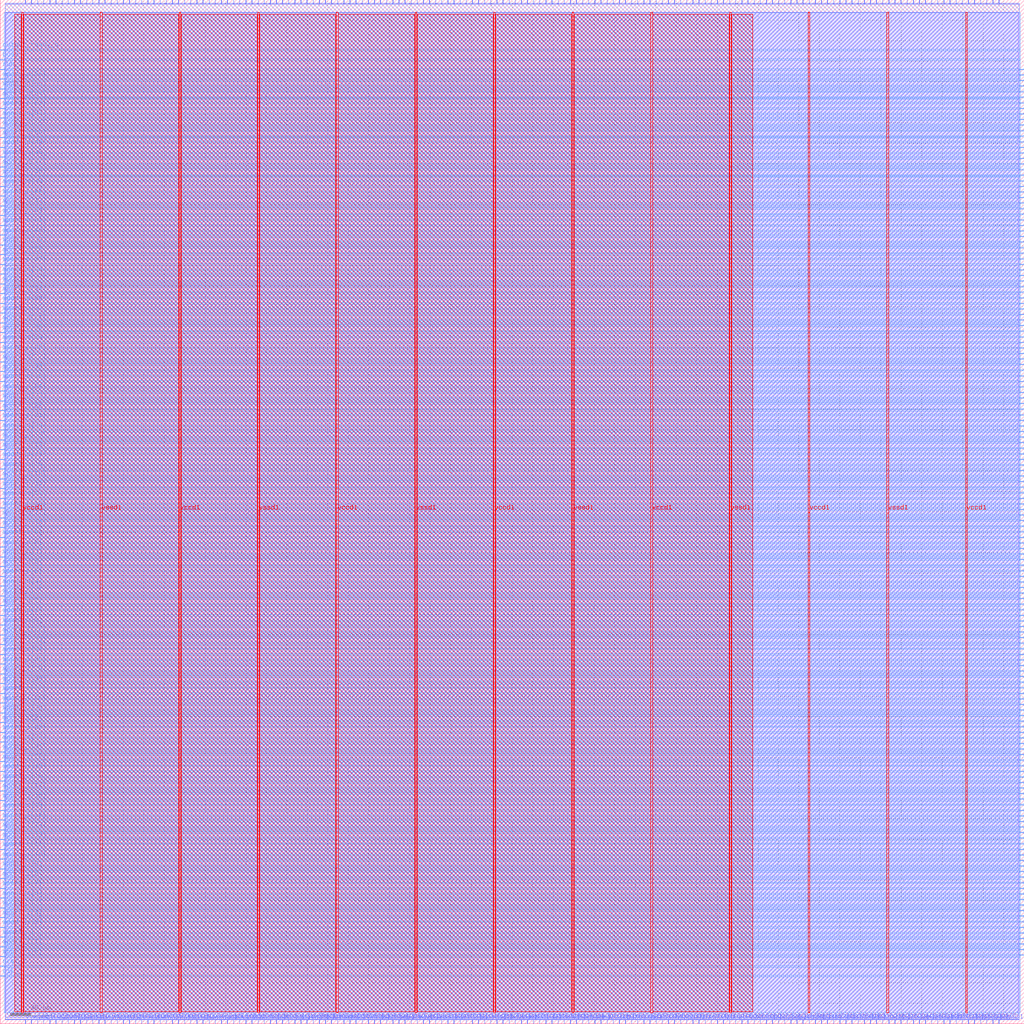
<source format=lef>
VERSION 5.7 ;
  NOWIREEXTENSIONATPIN ON ;
  DIVIDERCHAR "/" ;
  BUSBITCHARS "[]" ;
MACRO rasterizer_m
  CLASS BLOCK ;
  FOREIGN rasterizer_m ;
  ORIGIN 0.000 0.000 ;
  SIZE 1000.000 BY 1000.000 ;
  PIN busy_o
    DIRECTION OUTPUT TRISTATE ;
    USE SIGNAL ;
    ANTENNADIFFAREA 2.673000 ;
    PORT
      LAYER met3 ;
        RECT 0.000 941.160 4.000 941.760 ;
    END
  END busy_o
  PIN clk_i
    DIRECTION INPUT ;
    USE SIGNAL ;
    ANTENNAGATEAREA 0.852000 ;
    ANTENNADIFFAREA 0.434700 ;
    PORT
      LAYER met3 ;
        RECT 0.000 46.280 4.000 46.880 ;
    END
  END clk_i
  PIN mport_i[0]
    DIRECTION INPUT ;
    USE SIGNAL ;
    PORT
      LAYER met3 ;
        RECT 0.000 65.320 4.000 65.920 ;
    END
  END mport_i[0]
  PIN mport_i[10]
    DIRECTION INPUT ;
    USE SIGNAL ;
    PORT
      LAYER met3 ;
        RECT 0.000 160.520 4.000 161.120 ;
    END
  END mport_i[10]
  PIN mport_i[11]
    DIRECTION INPUT ;
    USE SIGNAL ;
    PORT
      LAYER met3 ;
        RECT 0.000 170.040 4.000 170.640 ;
    END
  END mport_i[11]
  PIN mport_i[12]
    DIRECTION INPUT ;
    USE SIGNAL ;
    PORT
      LAYER met3 ;
        RECT 0.000 179.560 4.000 180.160 ;
    END
  END mport_i[12]
  PIN mport_i[13]
    DIRECTION INPUT ;
    USE SIGNAL ;
    PORT
      LAYER met3 ;
        RECT 0.000 189.080 4.000 189.680 ;
    END
  END mport_i[13]
  PIN mport_i[14]
    DIRECTION INPUT ;
    USE SIGNAL ;
    PORT
      LAYER met3 ;
        RECT 0.000 198.600 4.000 199.200 ;
    END
  END mport_i[14]
  PIN mport_i[15]
    DIRECTION INPUT ;
    USE SIGNAL ;
    PORT
      LAYER met3 ;
        RECT 0.000 208.120 4.000 208.720 ;
    END
  END mport_i[15]
  PIN mport_i[16]
    DIRECTION INPUT ;
    USE SIGNAL ;
    PORT
      LAYER met3 ;
        RECT 0.000 217.640 4.000 218.240 ;
    END
  END mport_i[16]
  PIN mport_i[17]
    DIRECTION INPUT ;
    USE SIGNAL ;
    PORT
      LAYER met3 ;
        RECT 0.000 227.160 4.000 227.760 ;
    END
  END mport_i[17]
  PIN mport_i[18]
    DIRECTION INPUT ;
    USE SIGNAL ;
    PORT
      LAYER met3 ;
        RECT 0.000 236.680 4.000 237.280 ;
    END
  END mport_i[18]
  PIN mport_i[19]
    DIRECTION INPUT ;
    USE SIGNAL ;
    PORT
      LAYER met3 ;
        RECT 0.000 246.200 4.000 246.800 ;
    END
  END mport_i[19]
  PIN mport_i[1]
    DIRECTION INPUT ;
    USE SIGNAL ;
    PORT
      LAYER met3 ;
        RECT 0.000 74.840 4.000 75.440 ;
    END
  END mport_i[1]
  PIN mport_i[20]
    DIRECTION INPUT ;
    USE SIGNAL ;
    PORT
      LAYER met3 ;
        RECT 0.000 255.720 4.000 256.320 ;
    END
  END mport_i[20]
  PIN mport_i[21]
    DIRECTION INPUT ;
    USE SIGNAL ;
    PORT
      LAYER met3 ;
        RECT 0.000 265.240 4.000 265.840 ;
    END
  END mport_i[21]
  PIN mport_i[22]
    DIRECTION INPUT ;
    USE SIGNAL ;
    PORT
      LAYER met3 ;
        RECT 0.000 274.760 4.000 275.360 ;
    END
  END mport_i[22]
  PIN mport_i[23]
    DIRECTION INPUT ;
    USE SIGNAL ;
    PORT
      LAYER met3 ;
        RECT 0.000 284.280 4.000 284.880 ;
    END
  END mport_i[23]
  PIN mport_i[24]
    DIRECTION INPUT ;
    USE SIGNAL ;
    PORT
      LAYER met3 ;
        RECT 0.000 293.800 4.000 294.400 ;
    END
  END mport_i[24]
  PIN mport_i[25]
    DIRECTION INPUT ;
    USE SIGNAL ;
    PORT
      LAYER met3 ;
        RECT 0.000 303.320 4.000 303.920 ;
    END
  END mport_i[25]
  PIN mport_i[26]
    DIRECTION INPUT ;
    USE SIGNAL ;
    PORT
      LAYER met3 ;
        RECT 0.000 312.840 4.000 313.440 ;
    END
  END mport_i[26]
  PIN mport_i[27]
    DIRECTION INPUT ;
    USE SIGNAL ;
    PORT
      LAYER met3 ;
        RECT 0.000 322.360 4.000 322.960 ;
    END
  END mport_i[27]
  PIN mport_i[28]
    DIRECTION INPUT ;
    USE SIGNAL ;
    PORT
      LAYER met3 ;
        RECT 0.000 331.880 4.000 332.480 ;
    END
  END mport_i[28]
  PIN mport_i[29]
    DIRECTION INPUT ;
    USE SIGNAL ;
    PORT
      LAYER met3 ;
        RECT 0.000 341.400 4.000 342.000 ;
    END
  END mport_i[29]
  PIN mport_i[2]
    DIRECTION INPUT ;
    USE SIGNAL ;
    PORT
      LAYER met3 ;
        RECT 0.000 84.360 4.000 84.960 ;
    END
  END mport_i[2]
  PIN mport_i[30]
    DIRECTION INPUT ;
    USE SIGNAL ;
    PORT
      LAYER met3 ;
        RECT 0.000 350.920 4.000 351.520 ;
    END
  END mport_i[30]
  PIN mport_i[31]
    DIRECTION INPUT ;
    USE SIGNAL ;
    PORT
      LAYER met3 ;
        RECT 0.000 360.440 4.000 361.040 ;
    END
  END mport_i[31]
  PIN mport_i[32]
    DIRECTION INPUT ;
    USE SIGNAL ;
    ANTENNAGATEAREA 0.196500 ;
    PORT
      LAYER met3 ;
        RECT 0.000 369.960 4.000 370.560 ;
    END
  END mport_i[32]
  PIN mport_i[33]
    DIRECTION INPUT ;
    USE SIGNAL ;
    PORT
      LAYER met3 ;
        RECT 0.000 379.480 4.000 380.080 ;
    END
  END mport_i[33]
  PIN mport_i[3]
    DIRECTION INPUT ;
    USE SIGNAL ;
    PORT
      LAYER met3 ;
        RECT 0.000 93.880 4.000 94.480 ;
    END
  END mport_i[3]
  PIN mport_i[4]
    DIRECTION INPUT ;
    USE SIGNAL ;
    PORT
      LAYER met3 ;
        RECT 0.000 103.400 4.000 104.000 ;
    END
  END mport_i[4]
  PIN mport_i[5]
    DIRECTION INPUT ;
    USE SIGNAL ;
    PORT
      LAYER met3 ;
        RECT 0.000 112.920 4.000 113.520 ;
    END
  END mport_i[5]
  PIN mport_i[6]
    DIRECTION INPUT ;
    USE SIGNAL ;
    PORT
      LAYER met3 ;
        RECT 0.000 122.440 4.000 123.040 ;
    END
  END mport_i[6]
  PIN mport_i[7]
    DIRECTION INPUT ;
    USE SIGNAL ;
    PORT
      LAYER met3 ;
        RECT 0.000 131.960 4.000 132.560 ;
    END
  END mport_i[7]
  PIN mport_i[8]
    DIRECTION INPUT ;
    USE SIGNAL ;
    PORT
      LAYER met3 ;
        RECT 0.000 141.480 4.000 142.080 ;
    END
  END mport_i[8]
  PIN mport_i[9]
    DIRECTION INPUT ;
    USE SIGNAL ;
    PORT
      LAYER met3 ;
        RECT 0.000 151.000 4.000 151.600 ;
    END
  END mport_i[9]
  PIN mport_o[0]
    DIRECTION OUTPUT TRISTATE ;
    USE SIGNAL ;
    ANTENNADIFFAREA 2.673000 ;
    PORT
      LAYER met3 ;
        RECT 0.000 389.000 4.000 389.600 ;
    END
  END mport_o[0]
  PIN mport_o[10]
    DIRECTION OUTPUT TRISTATE ;
    USE SIGNAL ;
    PORT
      LAYER met3 ;
        RECT 0.000 484.200 4.000 484.800 ;
    END
  END mport_o[10]
  PIN mport_o[11]
    DIRECTION OUTPUT TRISTATE ;
    USE SIGNAL ;
    PORT
      LAYER met3 ;
        RECT 0.000 493.720 4.000 494.320 ;
    END
  END mport_o[11]
  PIN mport_o[12]
    DIRECTION OUTPUT TRISTATE ;
    USE SIGNAL ;
    PORT
      LAYER met3 ;
        RECT 0.000 503.240 4.000 503.840 ;
    END
  END mport_o[12]
  PIN mport_o[13]
    DIRECTION OUTPUT TRISTATE ;
    USE SIGNAL ;
    PORT
      LAYER met3 ;
        RECT 0.000 512.760 4.000 513.360 ;
    END
  END mport_o[13]
  PIN mport_o[14]
    DIRECTION OUTPUT TRISTATE ;
    USE SIGNAL ;
    PORT
      LAYER met3 ;
        RECT 0.000 522.280 4.000 522.880 ;
    END
  END mport_o[14]
  PIN mport_o[15]
    DIRECTION OUTPUT TRISTATE ;
    USE SIGNAL ;
    PORT
      LAYER met3 ;
        RECT 0.000 531.800 4.000 532.400 ;
    END
  END mport_o[15]
  PIN mport_o[16]
    DIRECTION OUTPUT TRISTATE ;
    USE SIGNAL ;
    PORT
      LAYER met3 ;
        RECT 0.000 541.320 4.000 541.920 ;
    END
  END mport_o[16]
  PIN mport_o[17]
    DIRECTION OUTPUT TRISTATE ;
    USE SIGNAL ;
    PORT
      LAYER met3 ;
        RECT 0.000 550.840 4.000 551.440 ;
    END
  END mport_o[17]
  PIN mport_o[18]
    DIRECTION OUTPUT TRISTATE ;
    USE SIGNAL ;
    PORT
      LAYER met3 ;
        RECT 0.000 560.360 4.000 560.960 ;
    END
  END mport_o[18]
  PIN mport_o[19]
    DIRECTION OUTPUT TRISTATE ;
    USE SIGNAL ;
    PORT
      LAYER met3 ;
        RECT 0.000 569.880 4.000 570.480 ;
    END
  END mport_o[19]
  PIN mport_o[1]
    DIRECTION OUTPUT TRISTATE ;
    USE SIGNAL ;
    ANTENNADIFFAREA 2.673000 ;
    PORT
      LAYER met3 ;
        RECT 0.000 398.520 4.000 399.120 ;
    END
  END mport_o[1]
  PIN mport_o[20]
    DIRECTION OUTPUT TRISTATE ;
    USE SIGNAL ;
    PORT
      LAYER met3 ;
        RECT 0.000 579.400 4.000 580.000 ;
    END
  END mport_o[20]
  PIN mport_o[21]
    DIRECTION OUTPUT TRISTATE ;
    USE SIGNAL ;
    PORT
      LAYER met3 ;
        RECT 0.000 588.920 4.000 589.520 ;
    END
  END mport_o[21]
  PIN mport_o[22]
    DIRECTION OUTPUT TRISTATE ;
    USE SIGNAL ;
    PORT
      LAYER met3 ;
        RECT 0.000 598.440 4.000 599.040 ;
    END
  END mport_o[22]
  PIN mport_o[23]
    DIRECTION OUTPUT TRISTATE ;
    USE SIGNAL ;
    PORT
      LAYER met3 ;
        RECT 0.000 607.960 4.000 608.560 ;
    END
  END mport_o[23]
  PIN mport_o[24]
    DIRECTION OUTPUT TRISTATE ;
    USE SIGNAL ;
    PORT
      LAYER met3 ;
        RECT 0.000 617.480 4.000 618.080 ;
    END
  END mport_o[24]
  PIN mport_o[25]
    DIRECTION OUTPUT TRISTATE ;
    USE SIGNAL ;
    PORT
      LAYER met3 ;
        RECT 0.000 627.000 4.000 627.600 ;
    END
  END mport_o[25]
  PIN mport_o[26]
    DIRECTION OUTPUT TRISTATE ;
    USE SIGNAL ;
    PORT
      LAYER met3 ;
        RECT 0.000 636.520 4.000 637.120 ;
    END
  END mport_o[26]
  PIN mport_o[27]
    DIRECTION OUTPUT TRISTATE ;
    USE SIGNAL ;
    PORT
      LAYER met3 ;
        RECT 0.000 646.040 4.000 646.640 ;
    END
  END mport_o[27]
  PIN mport_o[28]
    DIRECTION OUTPUT TRISTATE ;
    USE SIGNAL ;
    PORT
      LAYER met3 ;
        RECT 0.000 655.560 4.000 656.160 ;
    END
  END mport_o[28]
  PIN mport_o[29]
    DIRECTION OUTPUT TRISTATE ;
    USE SIGNAL ;
    PORT
      LAYER met3 ;
        RECT 0.000 665.080 4.000 665.680 ;
    END
  END mport_o[29]
  PIN mport_o[2]
    DIRECTION OUTPUT TRISTATE ;
    USE SIGNAL ;
    ANTENNADIFFAREA 2.673000 ;
    PORT
      LAYER met3 ;
        RECT 0.000 408.040 4.000 408.640 ;
    END
  END mport_o[2]
  PIN mport_o[30]
    DIRECTION OUTPUT TRISTATE ;
    USE SIGNAL ;
    PORT
      LAYER met3 ;
        RECT 0.000 674.600 4.000 675.200 ;
    END
  END mport_o[30]
  PIN mport_o[31]
    DIRECTION OUTPUT TRISTATE ;
    USE SIGNAL ;
    PORT
      LAYER met3 ;
        RECT 0.000 684.120 4.000 684.720 ;
    END
  END mport_o[31]
  PIN mport_o[32]
    DIRECTION OUTPUT TRISTATE ;
    USE SIGNAL ;
    ANTENNADIFFAREA 2.673000 ;
    PORT
      LAYER met3 ;
        RECT 0.000 693.640 4.000 694.240 ;
    END
  END mport_o[32]
  PIN mport_o[33]
    DIRECTION OUTPUT TRISTATE ;
    USE SIGNAL ;
    ANTENNADIFFAREA 2.673000 ;
    PORT
      LAYER met3 ;
        RECT 0.000 703.160 4.000 703.760 ;
    END
  END mport_o[33]
  PIN mport_o[34]
    DIRECTION OUTPUT TRISTATE ;
    USE SIGNAL ;
    ANTENNADIFFAREA 2.673000 ;
    PORT
      LAYER met3 ;
        RECT 0.000 712.680 4.000 713.280 ;
    END
  END mport_o[34]
  PIN mport_o[35]
    DIRECTION OUTPUT TRISTATE ;
    USE SIGNAL ;
    ANTENNADIFFAREA 2.673000 ;
    PORT
      LAYER met3 ;
        RECT 0.000 722.200 4.000 722.800 ;
    END
  END mport_o[35]
  PIN mport_o[36]
    DIRECTION OUTPUT TRISTATE ;
    USE SIGNAL ;
    ANTENNADIFFAREA 2.673000 ;
    PORT
      LAYER met3 ;
        RECT 0.000 731.720 4.000 732.320 ;
    END
  END mport_o[36]
  PIN mport_o[37]
    DIRECTION OUTPUT TRISTATE ;
    USE SIGNAL ;
    ANTENNADIFFAREA 2.673000 ;
    PORT
      LAYER met3 ;
        RECT 0.000 741.240 4.000 741.840 ;
    END
  END mport_o[37]
  PIN mport_o[38]
    DIRECTION OUTPUT TRISTATE ;
    USE SIGNAL ;
    ANTENNADIFFAREA 2.673000 ;
    PORT
      LAYER met3 ;
        RECT 0.000 750.760 4.000 751.360 ;
    END
  END mport_o[38]
  PIN mport_o[39]
    DIRECTION OUTPUT TRISTATE ;
    USE SIGNAL ;
    ANTENNADIFFAREA 2.673000 ;
    PORT
      LAYER met3 ;
        RECT 0.000 760.280 4.000 760.880 ;
    END
  END mport_o[39]
  PIN mport_o[3]
    DIRECTION OUTPUT TRISTATE ;
    USE SIGNAL ;
    ANTENNADIFFAREA 2.673000 ;
    PORT
      LAYER met3 ;
        RECT 0.000 417.560 4.000 418.160 ;
    END
  END mport_o[3]
  PIN mport_o[40]
    DIRECTION OUTPUT TRISTATE ;
    USE SIGNAL ;
    ANTENNADIFFAREA 2.673000 ;
    PORT
      LAYER met3 ;
        RECT 0.000 769.800 4.000 770.400 ;
    END
  END mport_o[40]
  PIN mport_o[41]
    DIRECTION OUTPUT TRISTATE ;
    USE SIGNAL ;
    ANTENNADIFFAREA 2.673000 ;
    PORT
      LAYER met3 ;
        RECT 0.000 779.320 4.000 779.920 ;
    END
  END mport_o[41]
  PIN mport_o[42]
    DIRECTION OUTPUT TRISTATE ;
    USE SIGNAL ;
    ANTENNADIFFAREA 2.673000 ;
    PORT
      LAYER met3 ;
        RECT 0.000 788.840 4.000 789.440 ;
    END
  END mport_o[42]
  PIN mport_o[43]
    DIRECTION OUTPUT TRISTATE ;
    USE SIGNAL ;
    ANTENNADIFFAREA 2.673000 ;
    PORT
      LAYER met3 ;
        RECT 0.000 798.360 4.000 798.960 ;
    END
  END mport_o[43]
  PIN mport_o[44]
    DIRECTION OUTPUT TRISTATE ;
    USE SIGNAL ;
    ANTENNADIFFAREA 2.673000 ;
    PORT
      LAYER met3 ;
        RECT 0.000 807.880 4.000 808.480 ;
    END
  END mport_o[44]
  PIN mport_o[45]
    DIRECTION OUTPUT TRISTATE ;
    USE SIGNAL ;
    ANTENNADIFFAREA 2.673000 ;
    PORT
      LAYER met3 ;
        RECT 0.000 817.400 4.000 818.000 ;
    END
  END mport_o[45]
  PIN mport_o[46]
    DIRECTION OUTPUT TRISTATE ;
    USE SIGNAL ;
    ANTENNADIFFAREA 2.673000 ;
    PORT
      LAYER met3 ;
        RECT 0.000 826.920 4.000 827.520 ;
    END
  END mport_o[46]
  PIN mport_o[47]
    DIRECTION OUTPUT TRISTATE ;
    USE SIGNAL ;
    ANTENNADIFFAREA 2.673000 ;
    PORT
      LAYER met3 ;
        RECT 0.000 836.440 4.000 837.040 ;
    END
  END mport_o[47]
  PIN mport_o[48]
    DIRECTION OUTPUT TRISTATE ;
    USE SIGNAL ;
    ANTENNADIFFAREA 2.673000 ;
    PORT
      LAYER met3 ;
        RECT 0.000 845.960 4.000 846.560 ;
    END
  END mport_o[48]
  PIN mport_o[49]
    DIRECTION OUTPUT TRISTATE ;
    USE SIGNAL ;
    ANTENNADIFFAREA 2.673000 ;
    PORT
      LAYER met3 ;
        RECT 0.000 855.480 4.000 856.080 ;
    END
  END mport_o[49]
  PIN mport_o[4]
    DIRECTION OUTPUT TRISTATE ;
    USE SIGNAL ;
    ANTENNADIFFAREA 2.673000 ;
    PORT
      LAYER met3 ;
        RECT 0.000 427.080 4.000 427.680 ;
    END
  END mport_o[4]
  PIN mport_o[50]
    DIRECTION OUTPUT TRISTATE ;
    USE SIGNAL ;
    ANTENNADIFFAREA 2.673000 ;
    PORT
      LAYER met3 ;
        RECT 0.000 865.000 4.000 865.600 ;
    END
  END mport_o[50]
  PIN mport_o[51]
    DIRECTION OUTPUT TRISTATE ;
    USE SIGNAL ;
    PORT
      LAYER met3 ;
        RECT 0.000 874.520 4.000 875.120 ;
    END
  END mport_o[51]
  PIN mport_o[52]
    DIRECTION OUTPUT TRISTATE ;
    USE SIGNAL ;
    ANTENNADIFFAREA 2.673000 ;
    PORT
      LAYER met3 ;
        RECT 0.000 884.040 4.000 884.640 ;
    END
  END mport_o[52]
  PIN mport_o[53]
    DIRECTION OUTPUT TRISTATE ;
    USE SIGNAL ;
    PORT
      LAYER met3 ;
        RECT 0.000 893.560 4.000 894.160 ;
    END
  END mport_o[53]
  PIN mport_o[54]
    DIRECTION OUTPUT TRISTATE ;
    USE SIGNAL ;
    PORT
      LAYER met3 ;
        RECT 0.000 903.080 4.000 903.680 ;
    END
  END mport_o[54]
  PIN mport_o[55]
    DIRECTION OUTPUT TRISTATE ;
    USE SIGNAL ;
    PORT
      LAYER met3 ;
        RECT 0.000 912.600 4.000 913.200 ;
    END
  END mport_o[55]
  PIN mport_o[56]
    DIRECTION OUTPUT TRISTATE ;
    USE SIGNAL ;
    ANTENNADIFFAREA 2.673000 ;
    PORT
      LAYER met3 ;
        RECT 0.000 922.120 4.000 922.720 ;
    END
  END mport_o[56]
  PIN mport_o[5]
    DIRECTION OUTPUT TRISTATE ;
    USE SIGNAL ;
    ANTENNADIFFAREA 2.673000 ;
    PORT
      LAYER met3 ;
        RECT 0.000 436.600 4.000 437.200 ;
    END
  END mport_o[5]
  PIN mport_o[6]
    DIRECTION OUTPUT TRISTATE ;
    USE SIGNAL ;
    ANTENNADIFFAREA 2.673000 ;
    PORT
      LAYER met3 ;
        RECT 0.000 446.120 4.000 446.720 ;
    END
  END mport_o[6]
  PIN mport_o[7]
    DIRECTION OUTPUT TRISTATE ;
    USE SIGNAL ;
    ANTENNADIFFAREA 2.673000 ;
    PORT
      LAYER met3 ;
        RECT 0.000 455.640 4.000 456.240 ;
    END
  END mport_o[7]
  PIN mport_o[8]
    DIRECTION OUTPUT TRISTATE ;
    USE SIGNAL ;
    PORT
      LAYER met3 ;
        RECT 0.000 465.160 4.000 465.760 ;
    END
  END mport_o[8]
  PIN mport_o[9]
    DIRECTION OUTPUT TRISTATE ;
    USE SIGNAL ;
    PORT
      LAYER met3 ;
        RECT 0.000 474.680 4.000 475.280 ;
    END
  END mport_o[9]
  PIN nrst_i
    DIRECTION INPUT ;
    USE SIGNAL ;
    ANTENNAGATEAREA 0.247500 ;
    PORT
      LAYER met3 ;
        RECT 0.000 55.800 4.000 56.400 ;
    END
  END nrst_i
  PIN output_ready_o
    DIRECTION OUTPUT TRISTATE ;
    USE SIGNAL ;
    PORT
      LAYER met3 ;
        RECT 0.000 950.680 4.000 951.280 ;
    END
  END output_ready_o
  PIN run_i
    DIRECTION INPUT ;
    USE SIGNAL ;
    ANTENNAGATEAREA 0.742500 ;
    PORT
      LAYER met3 ;
        RECT 0.000 931.640 4.000 932.240 ;
    END
  END run_i
  PIN t0x[0]
    DIRECTION INPUT ;
    USE SIGNAL ;
    PORT
      LAYER met2 ;
        RECT 598.550 0.000 598.830 4.000 ;
    END
  END t0x[0]
  PIN t0x[10]
    DIRECTION INPUT ;
    USE SIGNAL ;
    PORT
      LAYER met2 ;
        RECT 718.150 0.000 718.430 4.000 ;
    END
  END t0x[10]
  PIN t0x[11]
    DIRECTION INPUT ;
    USE SIGNAL ;
    PORT
      LAYER met2 ;
        RECT 730.110 0.000 730.390 4.000 ;
    END
  END t0x[11]
  PIN t0x[12]
    DIRECTION INPUT ;
    USE SIGNAL ;
    PORT
      LAYER met2 ;
        RECT 742.070 0.000 742.350 4.000 ;
    END
  END t0x[12]
  PIN t0x[13]
    DIRECTION INPUT ;
    USE SIGNAL ;
    PORT
      LAYER met2 ;
        RECT 754.030 0.000 754.310 4.000 ;
    END
  END t0x[13]
  PIN t0x[14]
    DIRECTION INPUT ;
    USE SIGNAL ;
    PORT
      LAYER met2 ;
        RECT 765.990 0.000 766.270 4.000 ;
    END
  END t0x[14]
  PIN t0x[15]
    DIRECTION INPUT ;
    USE SIGNAL ;
    PORT
      LAYER met2 ;
        RECT 777.950 0.000 778.230 4.000 ;
    END
  END t0x[15]
  PIN t0x[16]
    DIRECTION INPUT ;
    USE SIGNAL ;
    PORT
      LAYER met2 ;
        RECT 789.910 0.000 790.190 4.000 ;
    END
  END t0x[16]
  PIN t0x[17]
    DIRECTION INPUT ;
    USE SIGNAL ;
    PORT
      LAYER met2 ;
        RECT 801.870 0.000 802.150 4.000 ;
    END
  END t0x[17]
  PIN t0x[18]
    DIRECTION INPUT ;
    USE SIGNAL ;
    PORT
      LAYER met2 ;
        RECT 813.830 0.000 814.110 4.000 ;
    END
  END t0x[18]
  PIN t0x[19]
    DIRECTION INPUT ;
    USE SIGNAL ;
    PORT
      LAYER met2 ;
        RECT 825.790 0.000 826.070 4.000 ;
    END
  END t0x[19]
  PIN t0x[1]
    DIRECTION INPUT ;
    USE SIGNAL ;
    PORT
      LAYER met2 ;
        RECT 610.510 0.000 610.790 4.000 ;
    END
  END t0x[1]
  PIN t0x[20]
    DIRECTION INPUT ;
    USE SIGNAL ;
    PORT
      LAYER met2 ;
        RECT 837.750 0.000 838.030 4.000 ;
    END
  END t0x[20]
  PIN t0x[21]
    DIRECTION INPUT ;
    USE SIGNAL ;
    PORT
      LAYER met2 ;
        RECT 849.710 0.000 849.990 4.000 ;
    END
  END t0x[21]
  PIN t0x[22]
    DIRECTION INPUT ;
    USE SIGNAL ;
    PORT
      LAYER met2 ;
        RECT 861.670 0.000 861.950 4.000 ;
    END
  END t0x[22]
  PIN t0x[23]
    DIRECTION INPUT ;
    USE SIGNAL ;
    PORT
      LAYER met2 ;
        RECT 873.630 0.000 873.910 4.000 ;
    END
  END t0x[23]
  PIN t0x[24]
    DIRECTION INPUT ;
    USE SIGNAL ;
    PORT
      LAYER met2 ;
        RECT 885.590 0.000 885.870 4.000 ;
    END
  END t0x[24]
  PIN t0x[25]
    DIRECTION INPUT ;
    USE SIGNAL ;
    PORT
      LAYER met2 ;
        RECT 897.550 0.000 897.830 4.000 ;
    END
  END t0x[25]
  PIN t0x[26]
    DIRECTION INPUT ;
    USE SIGNAL ;
    PORT
      LAYER met2 ;
        RECT 909.510 0.000 909.790 4.000 ;
    END
  END t0x[26]
  PIN t0x[27]
    DIRECTION INPUT ;
    USE SIGNAL ;
    PORT
      LAYER met2 ;
        RECT 921.470 0.000 921.750 4.000 ;
    END
  END t0x[27]
  PIN t0x[28]
    DIRECTION INPUT ;
    USE SIGNAL ;
    PORT
      LAYER met2 ;
        RECT 933.430 0.000 933.710 4.000 ;
    END
  END t0x[28]
  PIN t0x[29]
    DIRECTION INPUT ;
    USE SIGNAL ;
    PORT
      LAYER met2 ;
        RECT 945.390 0.000 945.670 4.000 ;
    END
  END t0x[29]
  PIN t0x[2]
    DIRECTION INPUT ;
    USE SIGNAL ;
    PORT
      LAYER met2 ;
        RECT 622.470 0.000 622.750 4.000 ;
    END
  END t0x[2]
  PIN t0x[30]
    DIRECTION INPUT ;
    USE SIGNAL ;
    PORT
      LAYER met2 ;
        RECT 957.350 0.000 957.630 4.000 ;
    END
  END t0x[30]
  PIN t0x[31]
    DIRECTION INPUT ;
    USE SIGNAL ;
    PORT
      LAYER met2 ;
        RECT 969.310 0.000 969.590 4.000 ;
    END
  END t0x[31]
  PIN t0x[3]
    DIRECTION INPUT ;
    USE SIGNAL ;
    PORT
      LAYER met2 ;
        RECT 634.430 0.000 634.710 4.000 ;
    END
  END t0x[3]
  PIN t0x[4]
    DIRECTION INPUT ;
    USE SIGNAL ;
    PORT
      LAYER met2 ;
        RECT 646.390 0.000 646.670 4.000 ;
    END
  END t0x[4]
  PIN t0x[5]
    DIRECTION INPUT ;
    USE SIGNAL ;
    PORT
      LAYER met2 ;
        RECT 658.350 0.000 658.630 4.000 ;
    END
  END t0x[5]
  PIN t0x[6]
    DIRECTION INPUT ;
    USE SIGNAL ;
    PORT
      LAYER met2 ;
        RECT 670.310 0.000 670.590 4.000 ;
    END
  END t0x[6]
  PIN t0x[7]
    DIRECTION INPUT ;
    USE SIGNAL ;
    PORT
      LAYER met2 ;
        RECT 682.270 0.000 682.550 4.000 ;
    END
  END t0x[7]
  PIN t0x[8]
    DIRECTION INPUT ;
    USE SIGNAL ;
    PORT
      LAYER met2 ;
        RECT 694.230 0.000 694.510 4.000 ;
    END
  END t0x[8]
  PIN t0x[9]
    DIRECTION INPUT ;
    USE SIGNAL ;
    PORT
      LAYER met2 ;
        RECT 706.190 0.000 706.470 4.000 ;
    END
  END t0x[9]
  PIN t0y[0]
    DIRECTION INPUT ;
    USE SIGNAL ;
    PORT
      LAYER met2 ;
        RECT 604.530 0.000 604.810 4.000 ;
    END
  END t0y[0]
  PIN t0y[10]
    DIRECTION INPUT ;
    USE SIGNAL ;
    PORT
      LAYER met2 ;
        RECT 724.130 0.000 724.410 4.000 ;
    END
  END t0y[10]
  PIN t0y[11]
    DIRECTION INPUT ;
    USE SIGNAL ;
    PORT
      LAYER met2 ;
        RECT 736.090 0.000 736.370 4.000 ;
    END
  END t0y[11]
  PIN t0y[12]
    DIRECTION INPUT ;
    USE SIGNAL ;
    PORT
      LAYER met2 ;
        RECT 748.050 0.000 748.330 4.000 ;
    END
  END t0y[12]
  PIN t0y[13]
    DIRECTION INPUT ;
    USE SIGNAL ;
    PORT
      LAYER met2 ;
        RECT 760.010 0.000 760.290 4.000 ;
    END
  END t0y[13]
  PIN t0y[14]
    DIRECTION INPUT ;
    USE SIGNAL ;
    PORT
      LAYER met2 ;
        RECT 771.970 0.000 772.250 4.000 ;
    END
  END t0y[14]
  PIN t0y[15]
    DIRECTION INPUT ;
    USE SIGNAL ;
    PORT
      LAYER met2 ;
        RECT 783.930 0.000 784.210 4.000 ;
    END
  END t0y[15]
  PIN t0y[16]
    DIRECTION INPUT ;
    USE SIGNAL ;
    PORT
      LAYER met2 ;
        RECT 795.890 0.000 796.170 4.000 ;
    END
  END t0y[16]
  PIN t0y[17]
    DIRECTION INPUT ;
    USE SIGNAL ;
    PORT
      LAYER met2 ;
        RECT 807.850 0.000 808.130 4.000 ;
    END
  END t0y[17]
  PIN t0y[18]
    DIRECTION INPUT ;
    USE SIGNAL ;
    PORT
      LAYER met2 ;
        RECT 819.810 0.000 820.090 4.000 ;
    END
  END t0y[18]
  PIN t0y[19]
    DIRECTION INPUT ;
    USE SIGNAL ;
    PORT
      LAYER met2 ;
        RECT 831.770 0.000 832.050 4.000 ;
    END
  END t0y[19]
  PIN t0y[1]
    DIRECTION INPUT ;
    USE SIGNAL ;
    PORT
      LAYER met2 ;
        RECT 616.490 0.000 616.770 4.000 ;
    END
  END t0y[1]
  PIN t0y[20]
    DIRECTION INPUT ;
    USE SIGNAL ;
    PORT
      LAYER met2 ;
        RECT 843.730 0.000 844.010 4.000 ;
    END
  END t0y[20]
  PIN t0y[21]
    DIRECTION INPUT ;
    USE SIGNAL ;
    PORT
      LAYER met2 ;
        RECT 855.690 0.000 855.970 4.000 ;
    END
  END t0y[21]
  PIN t0y[22]
    DIRECTION INPUT ;
    USE SIGNAL ;
    PORT
      LAYER met2 ;
        RECT 867.650 0.000 867.930 4.000 ;
    END
  END t0y[22]
  PIN t0y[23]
    DIRECTION INPUT ;
    USE SIGNAL ;
    PORT
      LAYER met2 ;
        RECT 879.610 0.000 879.890 4.000 ;
    END
  END t0y[23]
  PIN t0y[24]
    DIRECTION INPUT ;
    USE SIGNAL ;
    PORT
      LAYER met2 ;
        RECT 891.570 0.000 891.850 4.000 ;
    END
  END t0y[24]
  PIN t0y[25]
    DIRECTION INPUT ;
    USE SIGNAL ;
    PORT
      LAYER met2 ;
        RECT 903.530 0.000 903.810 4.000 ;
    END
  END t0y[25]
  PIN t0y[26]
    DIRECTION INPUT ;
    USE SIGNAL ;
    PORT
      LAYER met2 ;
        RECT 915.490 0.000 915.770 4.000 ;
    END
  END t0y[26]
  PIN t0y[27]
    DIRECTION INPUT ;
    USE SIGNAL ;
    PORT
      LAYER met2 ;
        RECT 927.450 0.000 927.730 4.000 ;
    END
  END t0y[27]
  PIN t0y[28]
    DIRECTION INPUT ;
    USE SIGNAL ;
    PORT
      LAYER met2 ;
        RECT 939.410 0.000 939.690 4.000 ;
    END
  END t0y[28]
  PIN t0y[29]
    DIRECTION INPUT ;
    USE SIGNAL ;
    PORT
      LAYER met2 ;
        RECT 951.370 0.000 951.650 4.000 ;
    END
  END t0y[29]
  PIN t0y[2]
    DIRECTION INPUT ;
    USE SIGNAL ;
    PORT
      LAYER met2 ;
        RECT 628.450 0.000 628.730 4.000 ;
    END
  END t0y[2]
  PIN t0y[30]
    DIRECTION INPUT ;
    USE SIGNAL ;
    PORT
      LAYER met2 ;
        RECT 963.330 0.000 963.610 4.000 ;
    END
  END t0y[30]
  PIN t0y[31]
    DIRECTION INPUT ;
    USE SIGNAL ;
    PORT
      LAYER met2 ;
        RECT 975.290 0.000 975.570 4.000 ;
    END
  END t0y[31]
  PIN t0y[3]
    DIRECTION INPUT ;
    USE SIGNAL ;
    PORT
      LAYER met2 ;
        RECT 640.410 0.000 640.690 4.000 ;
    END
  END t0y[3]
  PIN t0y[4]
    DIRECTION INPUT ;
    USE SIGNAL ;
    PORT
      LAYER met2 ;
        RECT 652.370 0.000 652.650 4.000 ;
    END
  END t0y[4]
  PIN t0y[5]
    DIRECTION INPUT ;
    USE SIGNAL ;
    PORT
      LAYER met2 ;
        RECT 664.330 0.000 664.610 4.000 ;
    END
  END t0y[5]
  PIN t0y[6]
    DIRECTION INPUT ;
    USE SIGNAL ;
    PORT
      LAYER met2 ;
        RECT 676.290 0.000 676.570 4.000 ;
    END
  END t0y[6]
  PIN t0y[7]
    DIRECTION INPUT ;
    USE SIGNAL ;
    PORT
      LAYER met2 ;
        RECT 688.250 0.000 688.530 4.000 ;
    END
  END t0y[7]
  PIN t0y[8]
    DIRECTION INPUT ;
    USE SIGNAL ;
    PORT
      LAYER met2 ;
        RECT 700.210 0.000 700.490 4.000 ;
    END
  END t0y[8]
  PIN t0y[9]
    DIRECTION INPUT ;
    USE SIGNAL ;
    PORT
      LAYER met2 ;
        RECT 712.170 0.000 712.450 4.000 ;
    END
  END t0y[9]
  PIN t1x[0]
    DIRECTION INPUT ;
    USE SIGNAL ;
    PORT
      LAYER met2 ;
        RECT 598.550 996.000 598.830 1000.000 ;
    END
  END t1x[0]
  PIN t1x[10]
    DIRECTION INPUT ;
    USE SIGNAL ;
    PORT
      LAYER met2 ;
        RECT 718.150 996.000 718.430 1000.000 ;
    END
  END t1x[10]
  PIN t1x[11]
    DIRECTION INPUT ;
    USE SIGNAL ;
    PORT
      LAYER met2 ;
        RECT 730.110 996.000 730.390 1000.000 ;
    END
  END t1x[11]
  PIN t1x[12]
    DIRECTION INPUT ;
    USE SIGNAL ;
    PORT
      LAYER met2 ;
        RECT 742.070 996.000 742.350 1000.000 ;
    END
  END t1x[12]
  PIN t1x[13]
    DIRECTION INPUT ;
    USE SIGNAL ;
    PORT
      LAYER met2 ;
        RECT 754.030 996.000 754.310 1000.000 ;
    END
  END t1x[13]
  PIN t1x[14]
    DIRECTION INPUT ;
    USE SIGNAL ;
    PORT
      LAYER met2 ;
        RECT 765.990 996.000 766.270 1000.000 ;
    END
  END t1x[14]
  PIN t1x[15]
    DIRECTION INPUT ;
    USE SIGNAL ;
    PORT
      LAYER met2 ;
        RECT 777.950 996.000 778.230 1000.000 ;
    END
  END t1x[15]
  PIN t1x[16]
    DIRECTION INPUT ;
    USE SIGNAL ;
    PORT
      LAYER met2 ;
        RECT 789.910 996.000 790.190 1000.000 ;
    END
  END t1x[16]
  PIN t1x[17]
    DIRECTION INPUT ;
    USE SIGNAL ;
    PORT
      LAYER met2 ;
        RECT 801.870 996.000 802.150 1000.000 ;
    END
  END t1x[17]
  PIN t1x[18]
    DIRECTION INPUT ;
    USE SIGNAL ;
    PORT
      LAYER met2 ;
        RECT 813.830 996.000 814.110 1000.000 ;
    END
  END t1x[18]
  PIN t1x[19]
    DIRECTION INPUT ;
    USE SIGNAL ;
    PORT
      LAYER met2 ;
        RECT 825.790 996.000 826.070 1000.000 ;
    END
  END t1x[19]
  PIN t1x[1]
    DIRECTION INPUT ;
    USE SIGNAL ;
    PORT
      LAYER met2 ;
        RECT 610.510 996.000 610.790 1000.000 ;
    END
  END t1x[1]
  PIN t1x[20]
    DIRECTION INPUT ;
    USE SIGNAL ;
    PORT
      LAYER met2 ;
        RECT 837.750 996.000 838.030 1000.000 ;
    END
  END t1x[20]
  PIN t1x[21]
    DIRECTION INPUT ;
    USE SIGNAL ;
    PORT
      LAYER met2 ;
        RECT 849.710 996.000 849.990 1000.000 ;
    END
  END t1x[21]
  PIN t1x[22]
    DIRECTION INPUT ;
    USE SIGNAL ;
    PORT
      LAYER met2 ;
        RECT 861.670 996.000 861.950 1000.000 ;
    END
  END t1x[22]
  PIN t1x[23]
    DIRECTION INPUT ;
    USE SIGNAL ;
    PORT
      LAYER met2 ;
        RECT 873.630 996.000 873.910 1000.000 ;
    END
  END t1x[23]
  PIN t1x[24]
    DIRECTION INPUT ;
    USE SIGNAL ;
    PORT
      LAYER met2 ;
        RECT 885.590 996.000 885.870 1000.000 ;
    END
  END t1x[24]
  PIN t1x[25]
    DIRECTION INPUT ;
    USE SIGNAL ;
    PORT
      LAYER met2 ;
        RECT 897.550 996.000 897.830 1000.000 ;
    END
  END t1x[25]
  PIN t1x[26]
    DIRECTION INPUT ;
    USE SIGNAL ;
    PORT
      LAYER met2 ;
        RECT 909.510 996.000 909.790 1000.000 ;
    END
  END t1x[26]
  PIN t1x[27]
    DIRECTION INPUT ;
    USE SIGNAL ;
    PORT
      LAYER met2 ;
        RECT 921.470 996.000 921.750 1000.000 ;
    END
  END t1x[27]
  PIN t1x[28]
    DIRECTION INPUT ;
    USE SIGNAL ;
    PORT
      LAYER met2 ;
        RECT 933.430 996.000 933.710 1000.000 ;
    END
  END t1x[28]
  PIN t1x[29]
    DIRECTION INPUT ;
    USE SIGNAL ;
    PORT
      LAYER met2 ;
        RECT 945.390 996.000 945.670 1000.000 ;
    END
  END t1x[29]
  PIN t1x[2]
    DIRECTION INPUT ;
    USE SIGNAL ;
    PORT
      LAYER met2 ;
        RECT 622.470 996.000 622.750 1000.000 ;
    END
  END t1x[2]
  PIN t1x[30]
    DIRECTION INPUT ;
    USE SIGNAL ;
    PORT
      LAYER met2 ;
        RECT 957.350 996.000 957.630 1000.000 ;
    END
  END t1x[30]
  PIN t1x[31]
    DIRECTION INPUT ;
    USE SIGNAL ;
    PORT
      LAYER met2 ;
        RECT 969.310 996.000 969.590 1000.000 ;
    END
  END t1x[31]
  PIN t1x[3]
    DIRECTION INPUT ;
    USE SIGNAL ;
    PORT
      LAYER met2 ;
        RECT 634.430 996.000 634.710 1000.000 ;
    END
  END t1x[3]
  PIN t1x[4]
    DIRECTION INPUT ;
    USE SIGNAL ;
    PORT
      LAYER met2 ;
        RECT 646.390 996.000 646.670 1000.000 ;
    END
  END t1x[4]
  PIN t1x[5]
    DIRECTION INPUT ;
    USE SIGNAL ;
    PORT
      LAYER met2 ;
        RECT 658.350 996.000 658.630 1000.000 ;
    END
  END t1x[5]
  PIN t1x[6]
    DIRECTION INPUT ;
    USE SIGNAL ;
    PORT
      LAYER met2 ;
        RECT 670.310 996.000 670.590 1000.000 ;
    END
  END t1x[6]
  PIN t1x[7]
    DIRECTION INPUT ;
    USE SIGNAL ;
    PORT
      LAYER met2 ;
        RECT 682.270 996.000 682.550 1000.000 ;
    END
  END t1x[7]
  PIN t1x[8]
    DIRECTION INPUT ;
    USE SIGNAL ;
    PORT
      LAYER met2 ;
        RECT 694.230 996.000 694.510 1000.000 ;
    END
  END t1x[8]
  PIN t1x[9]
    DIRECTION INPUT ;
    USE SIGNAL ;
    PORT
      LAYER met2 ;
        RECT 706.190 996.000 706.470 1000.000 ;
    END
  END t1x[9]
  PIN t1y[0]
    DIRECTION INPUT ;
    USE SIGNAL ;
    PORT
      LAYER met2 ;
        RECT 604.530 996.000 604.810 1000.000 ;
    END
  END t1y[0]
  PIN t1y[10]
    DIRECTION INPUT ;
    USE SIGNAL ;
    PORT
      LAYER met2 ;
        RECT 724.130 996.000 724.410 1000.000 ;
    END
  END t1y[10]
  PIN t1y[11]
    DIRECTION INPUT ;
    USE SIGNAL ;
    PORT
      LAYER met2 ;
        RECT 736.090 996.000 736.370 1000.000 ;
    END
  END t1y[11]
  PIN t1y[12]
    DIRECTION INPUT ;
    USE SIGNAL ;
    PORT
      LAYER met2 ;
        RECT 748.050 996.000 748.330 1000.000 ;
    END
  END t1y[12]
  PIN t1y[13]
    DIRECTION INPUT ;
    USE SIGNAL ;
    PORT
      LAYER met2 ;
        RECT 760.010 996.000 760.290 1000.000 ;
    END
  END t1y[13]
  PIN t1y[14]
    DIRECTION INPUT ;
    USE SIGNAL ;
    PORT
      LAYER met2 ;
        RECT 771.970 996.000 772.250 1000.000 ;
    END
  END t1y[14]
  PIN t1y[15]
    DIRECTION INPUT ;
    USE SIGNAL ;
    PORT
      LAYER met2 ;
        RECT 783.930 996.000 784.210 1000.000 ;
    END
  END t1y[15]
  PIN t1y[16]
    DIRECTION INPUT ;
    USE SIGNAL ;
    PORT
      LAYER met2 ;
        RECT 795.890 996.000 796.170 1000.000 ;
    END
  END t1y[16]
  PIN t1y[17]
    DIRECTION INPUT ;
    USE SIGNAL ;
    PORT
      LAYER met2 ;
        RECT 807.850 996.000 808.130 1000.000 ;
    END
  END t1y[17]
  PIN t1y[18]
    DIRECTION INPUT ;
    USE SIGNAL ;
    PORT
      LAYER met2 ;
        RECT 819.810 996.000 820.090 1000.000 ;
    END
  END t1y[18]
  PIN t1y[19]
    DIRECTION INPUT ;
    USE SIGNAL ;
    PORT
      LAYER met2 ;
        RECT 831.770 996.000 832.050 1000.000 ;
    END
  END t1y[19]
  PIN t1y[1]
    DIRECTION INPUT ;
    USE SIGNAL ;
    PORT
      LAYER met2 ;
        RECT 616.490 996.000 616.770 1000.000 ;
    END
  END t1y[1]
  PIN t1y[20]
    DIRECTION INPUT ;
    USE SIGNAL ;
    PORT
      LAYER met2 ;
        RECT 843.730 996.000 844.010 1000.000 ;
    END
  END t1y[20]
  PIN t1y[21]
    DIRECTION INPUT ;
    USE SIGNAL ;
    PORT
      LAYER met2 ;
        RECT 855.690 996.000 855.970 1000.000 ;
    END
  END t1y[21]
  PIN t1y[22]
    DIRECTION INPUT ;
    USE SIGNAL ;
    PORT
      LAYER met2 ;
        RECT 867.650 996.000 867.930 1000.000 ;
    END
  END t1y[22]
  PIN t1y[23]
    DIRECTION INPUT ;
    USE SIGNAL ;
    PORT
      LAYER met2 ;
        RECT 879.610 996.000 879.890 1000.000 ;
    END
  END t1y[23]
  PIN t1y[24]
    DIRECTION INPUT ;
    USE SIGNAL ;
    PORT
      LAYER met2 ;
        RECT 891.570 996.000 891.850 1000.000 ;
    END
  END t1y[24]
  PIN t1y[25]
    DIRECTION INPUT ;
    USE SIGNAL ;
    PORT
      LAYER met2 ;
        RECT 903.530 996.000 903.810 1000.000 ;
    END
  END t1y[25]
  PIN t1y[26]
    DIRECTION INPUT ;
    USE SIGNAL ;
    PORT
      LAYER met2 ;
        RECT 915.490 996.000 915.770 1000.000 ;
    END
  END t1y[26]
  PIN t1y[27]
    DIRECTION INPUT ;
    USE SIGNAL ;
    PORT
      LAYER met2 ;
        RECT 927.450 996.000 927.730 1000.000 ;
    END
  END t1y[27]
  PIN t1y[28]
    DIRECTION INPUT ;
    USE SIGNAL ;
    PORT
      LAYER met2 ;
        RECT 939.410 996.000 939.690 1000.000 ;
    END
  END t1y[28]
  PIN t1y[29]
    DIRECTION INPUT ;
    USE SIGNAL ;
    PORT
      LAYER met2 ;
        RECT 951.370 996.000 951.650 1000.000 ;
    END
  END t1y[29]
  PIN t1y[2]
    DIRECTION INPUT ;
    USE SIGNAL ;
    PORT
      LAYER met2 ;
        RECT 628.450 996.000 628.730 1000.000 ;
    END
  END t1y[2]
  PIN t1y[30]
    DIRECTION INPUT ;
    USE SIGNAL ;
    PORT
      LAYER met2 ;
        RECT 963.330 996.000 963.610 1000.000 ;
    END
  END t1y[30]
  PIN t1y[31]
    DIRECTION INPUT ;
    USE SIGNAL ;
    PORT
      LAYER met2 ;
        RECT 975.290 996.000 975.570 1000.000 ;
    END
  END t1y[31]
  PIN t1y[3]
    DIRECTION INPUT ;
    USE SIGNAL ;
    PORT
      LAYER met2 ;
        RECT 640.410 996.000 640.690 1000.000 ;
    END
  END t1y[3]
  PIN t1y[4]
    DIRECTION INPUT ;
    USE SIGNAL ;
    PORT
      LAYER met2 ;
        RECT 652.370 996.000 652.650 1000.000 ;
    END
  END t1y[4]
  PIN t1y[5]
    DIRECTION INPUT ;
    USE SIGNAL ;
    PORT
      LAYER met2 ;
        RECT 664.330 996.000 664.610 1000.000 ;
    END
  END t1y[5]
  PIN t1y[6]
    DIRECTION INPUT ;
    USE SIGNAL ;
    PORT
      LAYER met2 ;
        RECT 676.290 996.000 676.570 1000.000 ;
    END
  END t1y[6]
  PIN t1y[7]
    DIRECTION INPUT ;
    USE SIGNAL ;
    PORT
      LAYER met2 ;
        RECT 688.250 996.000 688.530 1000.000 ;
    END
  END t1y[7]
  PIN t1y[8]
    DIRECTION INPUT ;
    USE SIGNAL ;
    PORT
      LAYER met2 ;
        RECT 700.210 996.000 700.490 1000.000 ;
    END
  END t1y[8]
  PIN t1y[9]
    DIRECTION INPUT ;
    USE SIGNAL ;
    PORT
      LAYER met2 ;
        RECT 712.170 996.000 712.450 1000.000 ;
    END
  END t1y[9]
  PIN t2x[0]
    DIRECTION INPUT ;
    USE SIGNAL ;
    PORT
      LAYER met3 ;
        RECT 996.000 588.920 1000.000 589.520 ;
    END
  END t2x[0]
  PIN t2x[10]
    DIRECTION INPUT ;
    USE SIGNAL ;
    PORT
      LAYER met3 ;
        RECT 996.000 697.720 1000.000 698.320 ;
    END
  END t2x[10]
  PIN t2x[11]
    DIRECTION INPUT ;
    USE SIGNAL ;
    PORT
      LAYER met3 ;
        RECT 996.000 708.600 1000.000 709.200 ;
    END
  END t2x[11]
  PIN t2x[12]
    DIRECTION INPUT ;
    USE SIGNAL ;
    PORT
      LAYER met3 ;
        RECT 996.000 719.480 1000.000 720.080 ;
    END
  END t2x[12]
  PIN t2x[13]
    DIRECTION INPUT ;
    USE SIGNAL ;
    PORT
      LAYER met3 ;
        RECT 996.000 730.360 1000.000 730.960 ;
    END
  END t2x[13]
  PIN t2x[14]
    DIRECTION INPUT ;
    USE SIGNAL ;
    PORT
      LAYER met3 ;
        RECT 996.000 741.240 1000.000 741.840 ;
    END
  END t2x[14]
  PIN t2x[15]
    DIRECTION INPUT ;
    USE SIGNAL ;
    PORT
      LAYER met3 ;
        RECT 996.000 752.120 1000.000 752.720 ;
    END
  END t2x[15]
  PIN t2x[16]
    DIRECTION INPUT ;
    USE SIGNAL ;
    PORT
      LAYER met3 ;
        RECT 996.000 763.000 1000.000 763.600 ;
    END
  END t2x[16]
  PIN t2x[17]
    DIRECTION INPUT ;
    USE SIGNAL ;
    PORT
      LAYER met3 ;
        RECT 996.000 773.880 1000.000 774.480 ;
    END
  END t2x[17]
  PIN t2x[18]
    DIRECTION INPUT ;
    USE SIGNAL ;
    PORT
      LAYER met3 ;
        RECT 996.000 784.760 1000.000 785.360 ;
    END
  END t2x[18]
  PIN t2x[19]
    DIRECTION INPUT ;
    USE SIGNAL ;
    PORT
      LAYER met3 ;
        RECT 996.000 795.640 1000.000 796.240 ;
    END
  END t2x[19]
  PIN t2x[1]
    DIRECTION INPUT ;
    USE SIGNAL ;
    PORT
      LAYER met3 ;
        RECT 996.000 599.800 1000.000 600.400 ;
    END
  END t2x[1]
  PIN t2x[20]
    DIRECTION INPUT ;
    USE SIGNAL ;
    PORT
      LAYER met3 ;
        RECT 996.000 806.520 1000.000 807.120 ;
    END
  END t2x[20]
  PIN t2x[21]
    DIRECTION INPUT ;
    USE SIGNAL ;
    PORT
      LAYER met3 ;
        RECT 996.000 817.400 1000.000 818.000 ;
    END
  END t2x[21]
  PIN t2x[22]
    DIRECTION INPUT ;
    USE SIGNAL ;
    PORT
      LAYER met3 ;
        RECT 996.000 828.280 1000.000 828.880 ;
    END
  END t2x[22]
  PIN t2x[23]
    DIRECTION INPUT ;
    USE SIGNAL ;
    PORT
      LAYER met3 ;
        RECT 996.000 839.160 1000.000 839.760 ;
    END
  END t2x[23]
  PIN t2x[24]
    DIRECTION INPUT ;
    USE SIGNAL ;
    PORT
      LAYER met3 ;
        RECT 996.000 850.040 1000.000 850.640 ;
    END
  END t2x[24]
  PIN t2x[25]
    DIRECTION INPUT ;
    USE SIGNAL ;
    PORT
      LAYER met3 ;
        RECT 996.000 860.920 1000.000 861.520 ;
    END
  END t2x[25]
  PIN t2x[26]
    DIRECTION INPUT ;
    USE SIGNAL ;
    PORT
      LAYER met3 ;
        RECT 996.000 871.800 1000.000 872.400 ;
    END
  END t2x[26]
  PIN t2x[27]
    DIRECTION INPUT ;
    USE SIGNAL ;
    PORT
      LAYER met3 ;
        RECT 996.000 882.680 1000.000 883.280 ;
    END
  END t2x[27]
  PIN t2x[28]
    DIRECTION INPUT ;
    USE SIGNAL ;
    PORT
      LAYER met3 ;
        RECT 996.000 893.560 1000.000 894.160 ;
    END
  END t2x[28]
  PIN t2x[29]
    DIRECTION INPUT ;
    USE SIGNAL ;
    PORT
      LAYER met3 ;
        RECT 996.000 904.440 1000.000 905.040 ;
    END
  END t2x[29]
  PIN t2x[2]
    DIRECTION INPUT ;
    USE SIGNAL ;
    PORT
      LAYER met3 ;
        RECT 996.000 610.680 1000.000 611.280 ;
    END
  END t2x[2]
  PIN t2x[30]
    DIRECTION INPUT ;
    USE SIGNAL ;
    PORT
      LAYER met3 ;
        RECT 996.000 915.320 1000.000 915.920 ;
    END
  END t2x[30]
  PIN t2x[31]
    DIRECTION INPUT ;
    USE SIGNAL ;
    PORT
      LAYER met3 ;
        RECT 996.000 926.200 1000.000 926.800 ;
    END
  END t2x[31]
  PIN t2x[3]
    DIRECTION INPUT ;
    USE SIGNAL ;
    PORT
      LAYER met3 ;
        RECT 996.000 621.560 1000.000 622.160 ;
    END
  END t2x[3]
  PIN t2x[4]
    DIRECTION INPUT ;
    USE SIGNAL ;
    PORT
      LAYER met3 ;
        RECT 996.000 632.440 1000.000 633.040 ;
    END
  END t2x[4]
  PIN t2x[5]
    DIRECTION INPUT ;
    USE SIGNAL ;
    PORT
      LAYER met3 ;
        RECT 996.000 643.320 1000.000 643.920 ;
    END
  END t2x[5]
  PIN t2x[6]
    DIRECTION INPUT ;
    USE SIGNAL ;
    PORT
      LAYER met3 ;
        RECT 996.000 654.200 1000.000 654.800 ;
    END
  END t2x[6]
  PIN t2x[7]
    DIRECTION INPUT ;
    USE SIGNAL ;
    PORT
      LAYER met3 ;
        RECT 996.000 665.080 1000.000 665.680 ;
    END
  END t2x[7]
  PIN t2x[8]
    DIRECTION INPUT ;
    USE SIGNAL ;
    PORT
      LAYER met3 ;
        RECT 996.000 675.960 1000.000 676.560 ;
    END
  END t2x[8]
  PIN t2x[9]
    DIRECTION INPUT ;
    USE SIGNAL ;
    PORT
      LAYER met3 ;
        RECT 996.000 686.840 1000.000 687.440 ;
    END
  END t2x[9]
  PIN t2y[0]
    DIRECTION INPUT ;
    USE SIGNAL ;
    PORT
      LAYER met3 ;
        RECT 996.000 594.360 1000.000 594.960 ;
    END
  END t2y[0]
  PIN t2y[10]
    DIRECTION INPUT ;
    USE SIGNAL ;
    PORT
      LAYER met3 ;
        RECT 996.000 703.160 1000.000 703.760 ;
    END
  END t2y[10]
  PIN t2y[11]
    DIRECTION INPUT ;
    USE SIGNAL ;
    PORT
      LAYER met3 ;
        RECT 996.000 714.040 1000.000 714.640 ;
    END
  END t2y[11]
  PIN t2y[12]
    DIRECTION INPUT ;
    USE SIGNAL ;
    PORT
      LAYER met3 ;
        RECT 996.000 724.920 1000.000 725.520 ;
    END
  END t2y[12]
  PIN t2y[13]
    DIRECTION INPUT ;
    USE SIGNAL ;
    PORT
      LAYER met3 ;
        RECT 996.000 735.800 1000.000 736.400 ;
    END
  END t2y[13]
  PIN t2y[14]
    DIRECTION INPUT ;
    USE SIGNAL ;
    PORT
      LAYER met3 ;
        RECT 996.000 746.680 1000.000 747.280 ;
    END
  END t2y[14]
  PIN t2y[15]
    DIRECTION INPUT ;
    USE SIGNAL ;
    PORT
      LAYER met3 ;
        RECT 996.000 757.560 1000.000 758.160 ;
    END
  END t2y[15]
  PIN t2y[16]
    DIRECTION INPUT ;
    USE SIGNAL ;
    PORT
      LAYER met3 ;
        RECT 996.000 768.440 1000.000 769.040 ;
    END
  END t2y[16]
  PIN t2y[17]
    DIRECTION INPUT ;
    USE SIGNAL ;
    PORT
      LAYER met3 ;
        RECT 996.000 779.320 1000.000 779.920 ;
    END
  END t2y[17]
  PIN t2y[18]
    DIRECTION INPUT ;
    USE SIGNAL ;
    PORT
      LAYER met3 ;
        RECT 996.000 790.200 1000.000 790.800 ;
    END
  END t2y[18]
  PIN t2y[19]
    DIRECTION INPUT ;
    USE SIGNAL ;
    PORT
      LAYER met3 ;
        RECT 996.000 801.080 1000.000 801.680 ;
    END
  END t2y[19]
  PIN t2y[1]
    DIRECTION INPUT ;
    USE SIGNAL ;
    PORT
      LAYER met3 ;
        RECT 996.000 605.240 1000.000 605.840 ;
    END
  END t2y[1]
  PIN t2y[20]
    DIRECTION INPUT ;
    USE SIGNAL ;
    PORT
      LAYER met3 ;
        RECT 996.000 811.960 1000.000 812.560 ;
    END
  END t2y[20]
  PIN t2y[21]
    DIRECTION INPUT ;
    USE SIGNAL ;
    PORT
      LAYER met3 ;
        RECT 996.000 822.840 1000.000 823.440 ;
    END
  END t2y[21]
  PIN t2y[22]
    DIRECTION INPUT ;
    USE SIGNAL ;
    PORT
      LAYER met3 ;
        RECT 996.000 833.720 1000.000 834.320 ;
    END
  END t2y[22]
  PIN t2y[23]
    DIRECTION INPUT ;
    USE SIGNAL ;
    PORT
      LAYER met3 ;
        RECT 996.000 844.600 1000.000 845.200 ;
    END
  END t2y[23]
  PIN t2y[24]
    DIRECTION INPUT ;
    USE SIGNAL ;
    PORT
      LAYER met3 ;
        RECT 996.000 855.480 1000.000 856.080 ;
    END
  END t2y[24]
  PIN t2y[25]
    DIRECTION INPUT ;
    USE SIGNAL ;
    PORT
      LAYER met3 ;
        RECT 996.000 866.360 1000.000 866.960 ;
    END
  END t2y[25]
  PIN t2y[26]
    DIRECTION INPUT ;
    USE SIGNAL ;
    PORT
      LAYER met3 ;
        RECT 996.000 877.240 1000.000 877.840 ;
    END
  END t2y[26]
  PIN t2y[27]
    DIRECTION INPUT ;
    USE SIGNAL ;
    PORT
      LAYER met3 ;
        RECT 996.000 888.120 1000.000 888.720 ;
    END
  END t2y[27]
  PIN t2y[28]
    DIRECTION INPUT ;
    USE SIGNAL ;
    PORT
      LAYER met3 ;
        RECT 996.000 899.000 1000.000 899.600 ;
    END
  END t2y[28]
  PIN t2y[29]
    DIRECTION INPUT ;
    USE SIGNAL ;
    PORT
      LAYER met3 ;
        RECT 996.000 909.880 1000.000 910.480 ;
    END
  END t2y[29]
  PIN t2y[2]
    DIRECTION INPUT ;
    USE SIGNAL ;
    PORT
      LAYER met3 ;
        RECT 996.000 616.120 1000.000 616.720 ;
    END
  END t2y[2]
  PIN t2y[30]
    DIRECTION INPUT ;
    USE SIGNAL ;
    PORT
      LAYER met3 ;
        RECT 996.000 920.760 1000.000 921.360 ;
    END
  END t2y[30]
  PIN t2y[31]
    DIRECTION INPUT ;
    USE SIGNAL ;
    PORT
      LAYER met3 ;
        RECT 996.000 931.640 1000.000 932.240 ;
    END
  END t2y[31]
  PIN t2y[3]
    DIRECTION INPUT ;
    USE SIGNAL ;
    PORT
      LAYER met3 ;
        RECT 996.000 627.000 1000.000 627.600 ;
    END
  END t2y[3]
  PIN t2y[4]
    DIRECTION INPUT ;
    USE SIGNAL ;
    PORT
      LAYER met3 ;
        RECT 996.000 637.880 1000.000 638.480 ;
    END
  END t2y[4]
  PIN t2y[5]
    DIRECTION INPUT ;
    USE SIGNAL ;
    PORT
      LAYER met3 ;
        RECT 996.000 648.760 1000.000 649.360 ;
    END
  END t2y[5]
  PIN t2y[6]
    DIRECTION INPUT ;
    USE SIGNAL ;
    PORT
      LAYER met3 ;
        RECT 996.000 659.640 1000.000 660.240 ;
    END
  END t2y[6]
  PIN t2y[7]
    DIRECTION INPUT ;
    USE SIGNAL ;
    PORT
      LAYER met3 ;
        RECT 996.000 670.520 1000.000 671.120 ;
    END
  END t2y[7]
  PIN t2y[8]
    DIRECTION INPUT ;
    USE SIGNAL ;
    PORT
      LAYER met3 ;
        RECT 996.000 681.400 1000.000 682.000 ;
    END
  END t2y[8]
  PIN t2y[9]
    DIRECTION INPUT ;
    USE SIGNAL ;
    PORT
      LAYER met3 ;
        RECT 996.000 692.280 1000.000 692.880 ;
    END
  END t2y[9]
  PIN v0x[0]
    DIRECTION INPUT ;
    USE SIGNAL ;
    ANTENNAGATEAREA 0.426000 ;
    PORT
      LAYER met2 ;
        RECT 24.470 0.000 24.750 4.000 ;
    END
  END v0x[0]
  PIN v0x[10]
    DIRECTION INPUT ;
    USE SIGNAL ;
    ANTENNAGATEAREA 0.213000 ;
    PORT
      LAYER met2 ;
        RECT 203.870 0.000 204.150 4.000 ;
    END
  END v0x[10]
  PIN v0x[11]
    DIRECTION INPUT ;
    USE SIGNAL ;
    ANTENNAGATEAREA 0.213000 ;
    PORT
      LAYER met2 ;
        RECT 221.810 0.000 222.090 4.000 ;
    END
  END v0x[11]
  PIN v0x[12]
    DIRECTION INPUT ;
    USE SIGNAL ;
    ANTENNAGATEAREA 0.213000 ;
    PORT
      LAYER met2 ;
        RECT 239.750 0.000 240.030 4.000 ;
    END
  END v0x[12]
  PIN v0x[13]
    DIRECTION INPUT ;
    USE SIGNAL ;
    ANTENNAGATEAREA 0.247500 ;
    PORT
      LAYER met2 ;
        RECT 257.690 0.000 257.970 4.000 ;
    END
  END v0x[13]
  PIN v0x[14]
    DIRECTION INPUT ;
    USE SIGNAL ;
    ANTENNAGATEAREA 0.247500 ;
    PORT
      LAYER met2 ;
        RECT 275.630 0.000 275.910 4.000 ;
    END
  END v0x[14]
  PIN v0x[15]
    DIRECTION INPUT ;
    USE SIGNAL ;
    ANTENNAGATEAREA 0.247500 ;
    PORT
      LAYER met2 ;
        RECT 293.570 0.000 293.850 4.000 ;
    END
  END v0x[15]
  PIN v0x[16]
    DIRECTION INPUT ;
    USE SIGNAL ;
    ANTENNAGATEAREA 0.247500 ;
    PORT
      LAYER met2 ;
        RECT 311.510 0.000 311.790 4.000 ;
    END
  END v0x[16]
  PIN v0x[17]
    DIRECTION INPUT ;
    USE SIGNAL ;
    ANTENNAGATEAREA 0.247500 ;
    PORT
      LAYER met2 ;
        RECT 329.450 0.000 329.730 4.000 ;
    END
  END v0x[17]
  PIN v0x[18]
    DIRECTION INPUT ;
    USE SIGNAL ;
    ANTENNAGATEAREA 0.247500 ;
    PORT
      LAYER met2 ;
        RECT 347.390 0.000 347.670 4.000 ;
    END
  END v0x[18]
  PIN v0x[19]
    DIRECTION INPUT ;
    USE SIGNAL ;
    ANTENNAGATEAREA 0.247500 ;
    PORT
      LAYER met2 ;
        RECT 365.330 0.000 365.610 4.000 ;
    END
  END v0x[19]
  PIN v0x[1]
    DIRECTION INPUT ;
    USE SIGNAL ;
    ANTENNAGATEAREA 0.247500 ;
    PORT
      LAYER met2 ;
        RECT 42.410 0.000 42.690 4.000 ;
    END
  END v0x[1]
  PIN v0x[20]
    DIRECTION INPUT ;
    USE SIGNAL ;
    ANTENNAGATEAREA 0.247500 ;
    PORT
      LAYER met2 ;
        RECT 383.270 0.000 383.550 4.000 ;
    END
  END v0x[20]
  PIN v0x[21]
    DIRECTION INPUT ;
    USE SIGNAL ;
    ANTENNAGATEAREA 0.247500 ;
    PORT
      LAYER met2 ;
        RECT 401.210 0.000 401.490 4.000 ;
    END
  END v0x[21]
  PIN v0x[22]
    DIRECTION INPUT ;
    USE SIGNAL ;
    ANTENNAGATEAREA 0.247500 ;
    PORT
      LAYER met2 ;
        RECT 419.150 0.000 419.430 4.000 ;
    END
  END v0x[22]
  PIN v0x[23]
    DIRECTION INPUT ;
    USE SIGNAL ;
    ANTENNAGATEAREA 0.426000 ;
    PORT
      LAYER met2 ;
        RECT 437.090 0.000 437.370 4.000 ;
    END
  END v0x[23]
  PIN v0x[24]
    DIRECTION INPUT ;
    USE SIGNAL ;
    ANTENNAGATEAREA 0.426000 ;
    PORT
      LAYER met2 ;
        RECT 455.030 0.000 455.310 4.000 ;
    END
  END v0x[24]
  PIN v0x[25]
    DIRECTION INPUT ;
    USE SIGNAL ;
    ANTENNAGATEAREA 0.247500 ;
    PORT
      LAYER met2 ;
        RECT 472.970 0.000 473.250 4.000 ;
    END
  END v0x[25]
  PIN v0x[26]
    DIRECTION INPUT ;
    USE SIGNAL ;
    ANTENNAGATEAREA 0.426000 ;
    PORT
      LAYER met2 ;
        RECT 490.910 0.000 491.190 4.000 ;
    END
  END v0x[26]
  PIN v0x[27]
    DIRECTION INPUT ;
    USE SIGNAL ;
    ANTENNAGATEAREA 0.426000 ;
    PORT
      LAYER met2 ;
        RECT 508.850 0.000 509.130 4.000 ;
    END
  END v0x[27]
  PIN v0x[28]
    DIRECTION INPUT ;
    USE SIGNAL ;
    ANTENNAGATEAREA 0.426000 ;
    PORT
      LAYER met2 ;
        RECT 526.790 0.000 527.070 4.000 ;
    END
  END v0x[28]
  PIN v0x[29]
    DIRECTION INPUT ;
    USE SIGNAL ;
    ANTENNAGATEAREA 0.426000 ;
    PORT
      LAYER met2 ;
        RECT 544.730 0.000 545.010 4.000 ;
    END
  END v0x[29]
  PIN v0x[2]
    DIRECTION INPUT ;
    USE SIGNAL ;
    ANTENNAGATEAREA 0.426000 ;
    PORT
      LAYER met2 ;
        RECT 60.350 0.000 60.630 4.000 ;
    END
  END v0x[2]
  PIN v0x[30]
    DIRECTION INPUT ;
    USE SIGNAL ;
    ANTENNAGATEAREA 0.426000 ;
    PORT
      LAYER met2 ;
        RECT 562.670 0.000 562.950 4.000 ;
    END
  END v0x[30]
  PIN v0x[31]
    DIRECTION INPUT ;
    USE SIGNAL ;
    ANTENNAGATEAREA 0.742500 ;
    PORT
      LAYER met2 ;
        RECT 580.610 0.000 580.890 4.000 ;
    END
  END v0x[31]
  PIN v0x[3]
    DIRECTION INPUT ;
    USE SIGNAL ;
    ANTENNAGATEAREA 0.247500 ;
    PORT
      LAYER met2 ;
        RECT 78.290 0.000 78.570 4.000 ;
    END
  END v0x[3]
  PIN v0x[4]
    DIRECTION INPUT ;
    USE SIGNAL ;
    ANTENNAGATEAREA 0.426000 ;
    PORT
      LAYER met2 ;
        RECT 96.230 0.000 96.510 4.000 ;
    END
  END v0x[4]
  PIN v0x[5]
    DIRECTION INPUT ;
    USE SIGNAL ;
    ANTENNAGATEAREA 0.247500 ;
    PORT
      LAYER met2 ;
        RECT 114.170 0.000 114.450 4.000 ;
    END
  END v0x[5]
  PIN v0x[6]
    DIRECTION INPUT ;
    USE SIGNAL ;
    ANTENNAGATEAREA 0.247500 ;
    PORT
      LAYER met2 ;
        RECT 132.110 0.000 132.390 4.000 ;
    END
  END v0x[6]
  PIN v0x[7]
    DIRECTION INPUT ;
    USE SIGNAL ;
    ANTENNAGATEAREA 0.247500 ;
    PORT
      LAYER met2 ;
        RECT 150.050 0.000 150.330 4.000 ;
    END
  END v0x[7]
  PIN v0x[8]
    DIRECTION INPUT ;
    USE SIGNAL ;
    ANTENNAGATEAREA 0.247500 ;
    PORT
      LAYER met2 ;
        RECT 167.990 0.000 168.270 4.000 ;
    END
  END v0x[8]
  PIN v0x[9]
    DIRECTION INPUT ;
    USE SIGNAL ;
    ANTENNAGATEAREA 0.247500 ;
    PORT
      LAYER met2 ;
        RECT 185.930 0.000 186.210 4.000 ;
    END
  END v0x[9]
  PIN v0y[0]
    DIRECTION INPUT ;
    USE SIGNAL ;
    ANTENNAGATEAREA 0.426000 ;
    PORT
      LAYER met2 ;
        RECT 30.450 0.000 30.730 4.000 ;
    END
  END v0y[0]
  PIN v0y[10]
    DIRECTION INPUT ;
    USE SIGNAL ;
    ANTENNAGATEAREA 0.247500 ;
    PORT
      LAYER met2 ;
        RECT 209.850 0.000 210.130 4.000 ;
    END
  END v0y[10]
  PIN v0y[11]
    DIRECTION INPUT ;
    USE SIGNAL ;
    ANTENNAGATEAREA 0.247500 ;
    PORT
      LAYER met2 ;
        RECT 227.790 0.000 228.070 4.000 ;
    END
  END v0y[11]
  PIN v0y[12]
    DIRECTION INPUT ;
    USE SIGNAL ;
    ANTENNAGATEAREA 0.247500 ;
    PORT
      LAYER met2 ;
        RECT 245.730 0.000 246.010 4.000 ;
    END
  END v0y[12]
  PIN v0y[13]
    DIRECTION INPUT ;
    USE SIGNAL ;
    ANTENNAGATEAREA 0.247500 ;
    PORT
      LAYER met2 ;
        RECT 263.670 0.000 263.950 4.000 ;
    END
  END v0y[13]
  PIN v0y[14]
    DIRECTION INPUT ;
    USE SIGNAL ;
    ANTENNAGATEAREA 0.247500 ;
    PORT
      LAYER met2 ;
        RECT 281.610 0.000 281.890 4.000 ;
    END
  END v0y[14]
  PIN v0y[15]
    DIRECTION INPUT ;
    USE SIGNAL ;
    ANTENNAGATEAREA 0.247500 ;
    PORT
      LAYER met2 ;
        RECT 299.550 0.000 299.830 4.000 ;
    END
  END v0y[15]
  PIN v0y[16]
    DIRECTION INPUT ;
    USE SIGNAL ;
    ANTENNAGATEAREA 0.426000 ;
    PORT
      LAYER met2 ;
        RECT 317.490 0.000 317.770 4.000 ;
    END
  END v0y[16]
  PIN v0y[17]
    DIRECTION INPUT ;
    USE SIGNAL ;
    ANTENNAGATEAREA 0.426000 ;
    PORT
      LAYER met2 ;
        RECT 335.430 0.000 335.710 4.000 ;
    END
  END v0y[17]
  PIN v0y[18]
    DIRECTION INPUT ;
    USE SIGNAL ;
    ANTENNAGATEAREA 0.247500 ;
    PORT
      LAYER met2 ;
        RECT 353.370 0.000 353.650 4.000 ;
    END
  END v0y[18]
  PIN v0y[19]
    DIRECTION INPUT ;
    USE SIGNAL ;
    ANTENNAGATEAREA 0.247500 ;
    PORT
      LAYER met2 ;
        RECT 371.310 0.000 371.590 4.000 ;
    END
  END v0y[19]
  PIN v0y[1]
    DIRECTION INPUT ;
    USE SIGNAL ;
    ANTENNAGATEAREA 0.495000 ;
    PORT
      LAYER met2 ;
        RECT 48.390 0.000 48.670 4.000 ;
    END
  END v0y[1]
  PIN v0y[20]
    DIRECTION INPUT ;
    USE SIGNAL ;
    ANTENNAGATEAREA 0.495000 ;
    PORT
      LAYER met2 ;
        RECT 389.250 0.000 389.530 4.000 ;
    END
  END v0y[20]
  PIN v0y[21]
    DIRECTION INPUT ;
    USE SIGNAL ;
    ANTENNAGATEAREA 0.426000 ;
    PORT
      LAYER met2 ;
        RECT 407.190 0.000 407.470 4.000 ;
    END
  END v0y[21]
  PIN v0y[22]
    DIRECTION INPUT ;
    USE SIGNAL ;
    ANTENNAGATEAREA 0.426000 ;
    PORT
      LAYER met2 ;
        RECT 425.130 0.000 425.410 4.000 ;
    END
  END v0y[22]
  PIN v0y[23]
    DIRECTION INPUT ;
    USE SIGNAL ;
    ANTENNAGATEAREA 0.426000 ;
    PORT
      LAYER met2 ;
        RECT 443.070 0.000 443.350 4.000 ;
    END
  END v0y[23]
  PIN v0y[24]
    DIRECTION INPUT ;
    USE SIGNAL ;
    ANTENNAGATEAREA 0.495000 ;
    PORT
      LAYER met2 ;
        RECT 461.010 0.000 461.290 4.000 ;
    END
  END v0y[24]
  PIN v0y[25]
    DIRECTION INPUT ;
    USE SIGNAL ;
    ANTENNAGATEAREA 0.742500 ;
    PORT
      LAYER met2 ;
        RECT 478.950 0.000 479.230 4.000 ;
    END
  END v0y[25]
  PIN v0y[26]
    DIRECTION INPUT ;
    USE SIGNAL ;
    ANTENNAGATEAREA 0.495000 ;
    PORT
      LAYER met2 ;
        RECT 496.890 0.000 497.170 4.000 ;
    END
  END v0y[26]
  PIN v0y[27]
    DIRECTION INPUT ;
    USE SIGNAL ;
    ANTENNAGATEAREA 0.495000 ;
    PORT
      LAYER met2 ;
        RECT 514.830 0.000 515.110 4.000 ;
    END
  END v0y[27]
  PIN v0y[28]
    DIRECTION INPUT ;
    USE SIGNAL ;
    ANTENNAGATEAREA 0.742500 ;
    PORT
      LAYER met2 ;
        RECT 532.770 0.000 533.050 4.000 ;
    END
  END v0y[28]
  PIN v0y[29]
    DIRECTION INPUT ;
    USE SIGNAL ;
    ANTENNAGATEAREA 0.742500 ;
    PORT
      LAYER met2 ;
        RECT 550.710 0.000 550.990 4.000 ;
    END
  END v0y[29]
  PIN v0y[2]
    DIRECTION INPUT ;
    USE SIGNAL ;
    ANTENNAGATEAREA 0.426000 ;
    PORT
      LAYER met2 ;
        RECT 66.330 0.000 66.610 4.000 ;
    END
  END v0y[2]
  PIN v0y[30]
    DIRECTION INPUT ;
    USE SIGNAL ;
    ANTENNAGATEAREA 0.742500 ;
    PORT
      LAYER met2 ;
        RECT 568.650 0.000 568.930 4.000 ;
    END
  END v0y[30]
  PIN v0y[31]
    DIRECTION INPUT ;
    USE SIGNAL ;
    ANTENNAGATEAREA 0.852000 ;
    PORT
      LAYER met2 ;
        RECT 586.590 0.000 586.870 4.000 ;
    END
  END v0y[31]
  PIN v0y[3]
    DIRECTION INPUT ;
    USE SIGNAL ;
    ANTENNAGATEAREA 0.495000 ;
    PORT
      LAYER met2 ;
        RECT 84.270 0.000 84.550 4.000 ;
    END
  END v0y[3]
  PIN v0y[4]
    DIRECTION INPUT ;
    USE SIGNAL ;
    ANTENNAGATEAREA 0.426000 ;
    PORT
      LAYER met2 ;
        RECT 102.210 0.000 102.490 4.000 ;
    END
  END v0y[4]
  PIN v0y[5]
    DIRECTION INPUT ;
    USE SIGNAL ;
    ANTENNAGATEAREA 0.426000 ;
    PORT
      LAYER met2 ;
        RECT 120.150 0.000 120.430 4.000 ;
    END
  END v0y[5]
  PIN v0y[6]
    DIRECTION INPUT ;
    USE SIGNAL ;
    ANTENNAGATEAREA 0.426000 ;
    PORT
      LAYER met2 ;
        RECT 138.090 0.000 138.370 4.000 ;
    END
  END v0y[6]
  PIN v0y[7]
    DIRECTION INPUT ;
    USE SIGNAL ;
    ANTENNAGATEAREA 0.426000 ;
    PORT
      LAYER met2 ;
        RECT 156.030 0.000 156.310 4.000 ;
    END
  END v0y[7]
  PIN v0y[8]
    DIRECTION INPUT ;
    USE SIGNAL ;
    ANTENNAGATEAREA 0.426000 ;
    PORT
      LAYER met2 ;
        RECT 173.970 0.000 174.250 4.000 ;
    END
  END v0y[8]
  PIN v0y[9]
    DIRECTION INPUT ;
    USE SIGNAL ;
    ANTENNAGATEAREA 0.247500 ;
    PORT
      LAYER met2 ;
        RECT 191.910 0.000 192.190 4.000 ;
    END
  END v0y[9]
  PIN v0z[0]
    DIRECTION INPUT ;
    USE SIGNAL ;
    PORT
      LAYER met2 ;
        RECT 36.430 0.000 36.710 4.000 ;
    END
  END v0z[0]
  PIN v0z[10]
    DIRECTION INPUT ;
    USE SIGNAL ;
    PORT
      LAYER met2 ;
        RECT 215.830 0.000 216.110 4.000 ;
    END
  END v0z[10]
  PIN v0z[11]
    DIRECTION INPUT ;
    USE SIGNAL ;
    PORT
      LAYER met2 ;
        RECT 233.770 0.000 234.050 4.000 ;
    END
  END v0z[11]
  PIN v0z[12]
    DIRECTION INPUT ;
    USE SIGNAL ;
    PORT
      LAYER met2 ;
        RECT 251.710 0.000 251.990 4.000 ;
    END
  END v0z[12]
  PIN v0z[13]
    DIRECTION INPUT ;
    USE SIGNAL ;
    PORT
      LAYER met2 ;
        RECT 269.650 0.000 269.930 4.000 ;
    END
  END v0z[13]
  PIN v0z[14]
    DIRECTION INPUT ;
    USE SIGNAL ;
    PORT
      LAYER met2 ;
        RECT 287.590 0.000 287.870 4.000 ;
    END
  END v0z[14]
  PIN v0z[15]
    DIRECTION INPUT ;
    USE SIGNAL ;
    PORT
      LAYER met2 ;
        RECT 305.530 0.000 305.810 4.000 ;
    END
  END v0z[15]
  PIN v0z[16]
    DIRECTION INPUT ;
    USE SIGNAL ;
    PORT
      LAYER met2 ;
        RECT 323.470 0.000 323.750 4.000 ;
    END
  END v0z[16]
  PIN v0z[17]
    DIRECTION INPUT ;
    USE SIGNAL ;
    PORT
      LAYER met2 ;
        RECT 341.410 0.000 341.690 4.000 ;
    END
  END v0z[17]
  PIN v0z[18]
    DIRECTION INPUT ;
    USE SIGNAL ;
    PORT
      LAYER met2 ;
        RECT 359.350 0.000 359.630 4.000 ;
    END
  END v0z[18]
  PIN v0z[19]
    DIRECTION INPUT ;
    USE SIGNAL ;
    PORT
      LAYER met2 ;
        RECT 377.290 0.000 377.570 4.000 ;
    END
  END v0z[19]
  PIN v0z[1]
    DIRECTION INPUT ;
    USE SIGNAL ;
    PORT
      LAYER met2 ;
        RECT 54.370 0.000 54.650 4.000 ;
    END
  END v0z[1]
  PIN v0z[20]
    DIRECTION INPUT ;
    USE SIGNAL ;
    PORT
      LAYER met2 ;
        RECT 395.230 0.000 395.510 4.000 ;
    END
  END v0z[20]
  PIN v0z[21]
    DIRECTION INPUT ;
    USE SIGNAL ;
    PORT
      LAYER met2 ;
        RECT 413.170 0.000 413.450 4.000 ;
    END
  END v0z[21]
  PIN v0z[22]
    DIRECTION INPUT ;
    USE SIGNAL ;
    PORT
      LAYER met2 ;
        RECT 431.110 0.000 431.390 4.000 ;
    END
  END v0z[22]
  PIN v0z[23]
    DIRECTION INPUT ;
    USE SIGNAL ;
    PORT
      LAYER met2 ;
        RECT 449.050 0.000 449.330 4.000 ;
    END
  END v0z[23]
  PIN v0z[24]
    DIRECTION INPUT ;
    USE SIGNAL ;
    PORT
      LAYER met2 ;
        RECT 466.990 0.000 467.270 4.000 ;
    END
  END v0z[24]
  PIN v0z[25]
    DIRECTION INPUT ;
    USE SIGNAL ;
    PORT
      LAYER met2 ;
        RECT 484.930 0.000 485.210 4.000 ;
    END
  END v0z[25]
  PIN v0z[26]
    DIRECTION INPUT ;
    USE SIGNAL ;
    PORT
      LAYER met2 ;
        RECT 502.870 0.000 503.150 4.000 ;
    END
  END v0z[26]
  PIN v0z[27]
    DIRECTION INPUT ;
    USE SIGNAL ;
    PORT
      LAYER met2 ;
        RECT 520.810 0.000 521.090 4.000 ;
    END
  END v0z[27]
  PIN v0z[28]
    DIRECTION INPUT ;
    USE SIGNAL ;
    PORT
      LAYER met2 ;
        RECT 538.750 0.000 539.030 4.000 ;
    END
  END v0z[28]
  PIN v0z[29]
    DIRECTION INPUT ;
    USE SIGNAL ;
    PORT
      LAYER met2 ;
        RECT 556.690 0.000 556.970 4.000 ;
    END
  END v0z[29]
  PIN v0z[2]
    DIRECTION INPUT ;
    USE SIGNAL ;
    PORT
      LAYER met2 ;
        RECT 72.310 0.000 72.590 4.000 ;
    END
  END v0z[2]
  PIN v0z[30]
    DIRECTION INPUT ;
    USE SIGNAL ;
    PORT
      LAYER met2 ;
        RECT 574.630 0.000 574.910 4.000 ;
    END
  END v0z[30]
  PIN v0z[31]
    DIRECTION INPUT ;
    USE SIGNAL ;
    PORT
      LAYER met2 ;
        RECT 592.570 0.000 592.850 4.000 ;
    END
  END v0z[31]
  PIN v0z[3]
    DIRECTION INPUT ;
    USE SIGNAL ;
    PORT
      LAYER met2 ;
        RECT 90.250 0.000 90.530 4.000 ;
    END
  END v0z[3]
  PIN v0z[4]
    DIRECTION INPUT ;
    USE SIGNAL ;
    PORT
      LAYER met2 ;
        RECT 108.190 0.000 108.470 4.000 ;
    END
  END v0z[4]
  PIN v0z[5]
    DIRECTION INPUT ;
    USE SIGNAL ;
    PORT
      LAYER met2 ;
        RECT 126.130 0.000 126.410 4.000 ;
    END
  END v0z[5]
  PIN v0z[6]
    DIRECTION INPUT ;
    USE SIGNAL ;
    PORT
      LAYER met2 ;
        RECT 144.070 0.000 144.350 4.000 ;
    END
  END v0z[6]
  PIN v0z[7]
    DIRECTION INPUT ;
    USE SIGNAL ;
    PORT
      LAYER met2 ;
        RECT 162.010 0.000 162.290 4.000 ;
    END
  END v0z[7]
  PIN v0z[8]
    DIRECTION INPUT ;
    USE SIGNAL ;
    PORT
      LAYER met2 ;
        RECT 179.950 0.000 180.230 4.000 ;
    END
  END v0z[8]
  PIN v0z[9]
    DIRECTION INPUT ;
    USE SIGNAL ;
    PORT
      LAYER met2 ;
        RECT 197.890 0.000 198.170 4.000 ;
    END
  END v0z[9]
  PIN v1x[0]
    DIRECTION INPUT ;
    USE SIGNAL ;
    ANTENNAGATEAREA 0.742500 ;
    PORT
      LAYER met2 ;
        RECT 24.470 996.000 24.750 1000.000 ;
    END
  END v1x[0]
  PIN v1x[10]
    DIRECTION INPUT ;
    USE SIGNAL ;
    ANTENNAGATEAREA 0.742500 ;
    PORT
      LAYER met2 ;
        RECT 203.870 996.000 204.150 1000.000 ;
    END
  END v1x[10]
  PIN v1x[11]
    DIRECTION INPUT ;
    USE SIGNAL ;
    ANTENNAGATEAREA 0.742500 ;
    PORT
      LAYER met2 ;
        RECT 221.810 996.000 222.090 1000.000 ;
    END
  END v1x[11]
  PIN v1x[12]
    DIRECTION INPUT ;
    USE SIGNAL ;
    ANTENNAGATEAREA 0.742500 ;
    PORT
      LAYER met2 ;
        RECT 239.750 996.000 240.030 1000.000 ;
    END
  END v1x[12]
  PIN v1x[13]
    DIRECTION INPUT ;
    USE SIGNAL ;
    ANTENNAGATEAREA 0.742500 ;
    PORT
      LAYER met2 ;
        RECT 257.690 996.000 257.970 1000.000 ;
    END
  END v1x[13]
  PIN v1x[14]
    DIRECTION INPUT ;
    USE SIGNAL ;
    ANTENNAGATEAREA 0.742500 ;
    PORT
      LAYER met2 ;
        RECT 275.630 996.000 275.910 1000.000 ;
    END
  END v1x[14]
  PIN v1x[15]
    DIRECTION INPUT ;
    USE SIGNAL ;
    ANTENNAGATEAREA 0.742500 ;
    PORT
      LAYER met2 ;
        RECT 293.570 996.000 293.850 1000.000 ;
    END
  END v1x[15]
  PIN v1x[16]
    DIRECTION INPUT ;
    USE SIGNAL ;
    ANTENNAGATEAREA 0.426000 ;
    PORT
      LAYER met2 ;
        RECT 311.510 996.000 311.790 1000.000 ;
    END
  END v1x[16]
  PIN v1x[17]
    DIRECTION INPUT ;
    USE SIGNAL ;
    ANTENNAGATEAREA 0.426000 ;
    PORT
      LAYER met2 ;
        RECT 329.450 996.000 329.730 1000.000 ;
    END
  END v1x[17]
  PIN v1x[18]
    DIRECTION INPUT ;
    USE SIGNAL ;
    ANTENNAGATEAREA 0.426000 ;
    PORT
      LAYER met2 ;
        RECT 347.390 996.000 347.670 1000.000 ;
    END
  END v1x[18]
  PIN v1x[19]
    DIRECTION INPUT ;
    USE SIGNAL ;
    ANTENNAGATEAREA 0.426000 ;
    PORT
      LAYER met2 ;
        RECT 365.330 996.000 365.610 1000.000 ;
    END
  END v1x[19]
  PIN v1x[1]
    DIRECTION INPUT ;
    USE SIGNAL ;
    ANTENNAGATEAREA 0.742500 ;
    PORT
      LAYER met2 ;
        RECT 42.410 996.000 42.690 1000.000 ;
    END
  END v1x[1]
  PIN v1x[20]
    DIRECTION INPUT ;
    USE SIGNAL ;
    ANTENNAGATEAREA 0.426000 ;
    PORT
      LAYER met2 ;
        RECT 383.270 996.000 383.550 1000.000 ;
    END
  END v1x[20]
  PIN v1x[21]
    DIRECTION INPUT ;
    USE SIGNAL ;
    ANTENNAGATEAREA 0.426000 ;
    PORT
      LAYER met2 ;
        RECT 401.210 996.000 401.490 1000.000 ;
    END
  END v1x[21]
  PIN v1x[22]
    DIRECTION INPUT ;
    USE SIGNAL ;
    ANTENNAGATEAREA 0.426000 ;
    PORT
      LAYER met2 ;
        RECT 419.150 996.000 419.430 1000.000 ;
    END
  END v1x[22]
  PIN v1x[23]
    DIRECTION INPUT ;
    USE SIGNAL ;
    ANTENNAGATEAREA 0.426000 ;
    PORT
      LAYER met2 ;
        RECT 437.090 996.000 437.370 1000.000 ;
    END
  END v1x[23]
  PIN v1x[24]
    DIRECTION INPUT ;
    USE SIGNAL ;
    ANTENNAGATEAREA 0.426000 ;
    PORT
      LAYER met2 ;
        RECT 455.030 996.000 455.310 1000.000 ;
    END
  END v1x[24]
  PIN v1x[25]
    DIRECTION INPUT ;
    USE SIGNAL ;
    ANTENNAGATEAREA 0.426000 ;
    PORT
      LAYER met2 ;
        RECT 472.970 996.000 473.250 1000.000 ;
    END
  END v1x[25]
  PIN v1x[26]
    DIRECTION INPUT ;
    USE SIGNAL ;
    ANTENNAGATEAREA 0.426000 ;
    PORT
      LAYER met2 ;
        RECT 490.910 996.000 491.190 1000.000 ;
    END
  END v1x[26]
  PIN v1x[27]
    DIRECTION INPUT ;
    USE SIGNAL ;
    ANTENNAGATEAREA 0.426000 ;
    PORT
      LAYER met2 ;
        RECT 508.850 996.000 509.130 1000.000 ;
    END
  END v1x[27]
  PIN v1x[28]
    DIRECTION INPUT ;
    USE SIGNAL ;
    ANTENNAGATEAREA 0.426000 ;
    PORT
      LAYER met2 ;
        RECT 526.790 996.000 527.070 1000.000 ;
    END
  END v1x[28]
  PIN v1x[29]
    DIRECTION INPUT ;
    USE SIGNAL ;
    ANTENNAGATEAREA 0.426000 ;
    PORT
      LAYER met2 ;
        RECT 544.730 996.000 545.010 1000.000 ;
    END
  END v1x[29]
  PIN v1x[2]
    DIRECTION INPUT ;
    USE SIGNAL ;
    ANTENNAGATEAREA 0.742500 ;
    PORT
      LAYER met2 ;
        RECT 60.350 996.000 60.630 1000.000 ;
    END
  END v1x[2]
  PIN v1x[30]
    DIRECTION INPUT ;
    USE SIGNAL ;
    ANTENNAGATEAREA 0.426000 ;
    PORT
      LAYER met2 ;
        RECT 562.670 996.000 562.950 1000.000 ;
    END
  END v1x[30]
  PIN v1x[31]
    DIRECTION INPUT ;
    USE SIGNAL ;
    ANTENNAGATEAREA 0.495000 ;
    PORT
      LAYER met2 ;
        RECT 580.610 996.000 580.890 1000.000 ;
    END
  END v1x[31]
  PIN v1x[3]
    DIRECTION INPUT ;
    USE SIGNAL ;
    ANTENNAGATEAREA 0.742500 ;
    PORT
      LAYER met2 ;
        RECT 78.290 996.000 78.570 1000.000 ;
    END
  END v1x[3]
  PIN v1x[4]
    DIRECTION INPUT ;
    USE SIGNAL ;
    ANTENNAGATEAREA 0.742500 ;
    PORT
      LAYER met2 ;
        RECT 96.230 996.000 96.510 1000.000 ;
    END
  END v1x[4]
  PIN v1x[5]
    DIRECTION INPUT ;
    USE SIGNAL ;
    ANTENNAGATEAREA 0.742500 ;
    PORT
      LAYER met2 ;
        RECT 114.170 996.000 114.450 1000.000 ;
    END
  END v1x[5]
  PIN v1x[6]
    DIRECTION INPUT ;
    USE SIGNAL ;
    ANTENNAGATEAREA 0.742500 ;
    PORT
      LAYER met2 ;
        RECT 132.110 996.000 132.390 1000.000 ;
    END
  END v1x[6]
  PIN v1x[7]
    DIRECTION INPUT ;
    USE SIGNAL ;
    ANTENNAGATEAREA 0.742500 ;
    PORT
      LAYER met2 ;
        RECT 150.050 996.000 150.330 1000.000 ;
    END
  END v1x[7]
  PIN v1x[8]
    DIRECTION INPUT ;
    USE SIGNAL ;
    ANTENNAGATEAREA 0.742500 ;
    PORT
      LAYER met2 ;
        RECT 167.990 996.000 168.270 1000.000 ;
    END
  END v1x[8]
  PIN v1x[9]
    DIRECTION INPUT ;
    USE SIGNAL ;
    ANTENNAGATEAREA 0.742500 ;
    PORT
      LAYER met2 ;
        RECT 185.930 996.000 186.210 1000.000 ;
    END
  END v1x[9]
  PIN v1y[0]
    DIRECTION INPUT ;
    USE SIGNAL ;
    ANTENNAGATEAREA 0.742500 ;
    PORT
      LAYER met2 ;
        RECT 30.450 996.000 30.730 1000.000 ;
    END
  END v1y[0]
  PIN v1y[10]
    DIRECTION INPUT ;
    USE SIGNAL ;
    ANTENNAGATEAREA 0.742500 ;
    PORT
      LAYER met2 ;
        RECT 209.850 996.000 210.130 1000.000 ;
    END
  END v1y[10]
  PIN v1y[11]
    DIRECTION INPUT ;
    USE SIGNAL ;
    ANTENNAGATEAREA 0.742500 ;
    PORT
      LAYER met2 ;
        RECT 227.790 996.000 228.070 1000.000 ;
    END
  END v1y[11]
  PIN v1y[12]
    DIRECTION INPUT ;
    USE SIGNAL ;
    ANTENNAGATEAREA 0.742500 ;
    PORT
      LAYER met2 ;
        RECT 245.730 996.000 246.010 1000.000 ;
    END
  END v1y[12]
  PIN v1y[13]
    DIRECTION INPUT ;
    USE SIGNAL ;
    ANTENNAGATEAREA 0.495000 ;
    PORT
      LAYER met2 ;
        RECT 263.670 996.000 263.950 1000.000 ;
    END
  END v1y[13]
  PIN v1y[14]
    DIRECTION INPUT ;
    USE SIGNAL ;
    ANTENNAGATEAREA 0.426000 ;
    PORT
      LAYER met2 ;
        RECT 281.610 996.000 281.890 1000.000 ;
    END
  END v1y[14]
  PIN v1y[15]
    DIRECTION INPUT ;
    USE SIGNAL ;
    ANTENNAGATEAREA 0.495000 ;
    PORT
      LAYER met2 ;
        RECT 299.550 996.000 299.830 1000.000 ;
    END
  END v1y[15]
  PIN v1y[16]
    DIRECTION INPUT ;
    USE SIGNAL ;
    ANTENNAGATEAREA 0.426000 ;
    PORT
      LAYER met2 ;
        RECT 317.490 996.000 317.770 1000.000 ;
    END
  END v1y[16]
  PIN v1y[17]
    DIRECTION INPUT ;
    USE SIGNAL ;
    ANTENNAGATEAREA 0.426000 ;
    PORT
      LAYER met2 ;
        RECT 335.430 996.000 335.710 1000.000 ;
    END
  END v1y[17]
  PIN v1y[18]
    DIRECTION INPUT ;
    USE SIGNAL ;
    ANTENNAGATEAREA 0.426000 ;
    PORT
      LAYER met2 ;
        RECT 353.370 996.000 353.650 1000.000 ;
    END
  END v1y[18]
  PIN v1y[19]
    DIRECTION INPUT ;
    USE SIGNAL ;
    ANTENNAGATEAREA 0.426000 ;
    PORT
      LAYER met2 ;
        RECT 371.310 996.000 371.590 1000.000 ;
    END
  END v1y[19]
  PIN v1y[1]
    DIRECTION INPUT ;
    USE SIGNAL ;
    ANTENNAGATEAREA 0.990000 ;
    PORT
      LAYER met2 ;
        RECT 48.390 996.000 48.670 1000.000 ;
    END
  END v1y[1]
  PIN v1y[20]
    DIRECTION INPUT ;
    USE SIGNAL ;
    ANTENNAGATEAREA 0.426000 ;
    PORT
      LAYER met2 ;
        RECT 389.250 996.000 389.530 1000.000 ;
    END
  END v1y[20]
  PIN v1y[21]
    DIRECTION INPUT ;
    USE SIGNAL ;
    ANTENNAGATEAREA 0.426000 ;
    PORT
      LAYER met2 ;
        RECT 407.190 996.000 407.470 1000.000 ;
    END
  END v1y[21]
  PIN v1y[22]
    DIRECTION INPUT ;
    USE SIGNAL ;
    ANTENNAGATEAREA 0.426000 ;
    PORT
      LAYER met2 ;
        RECT 425.130 996.000 425.410 1000.000 ;
    END
  END v1y[22]
  PIN v1y[23]
    DIRECTION INPUT ;
    USE SIGNAL ;
    ANTENNAGATEAREA 0.426000 ;
    PORT
      LAYER met2 ;
        RECT 443.070 996.000 443.350 1000.000 ;
    END
  END v1y[23]
  PIN v1y[24]
    DIRECTION INPUT ;
    USE SIGNAL ;
    ANTENNAGATEAREA 0.426000 ;
    PORT
      LAYER met2 ;
        RECT 461.010 996.000 461.290 1000.000 ;
    END
  END v1y[24]
  PIN v1y[25]
    DIRECTION INPUT ;
    USE SIGNAL ;
    ANTENNAGATEAREA 0.426000 ;
    PORT
      LAYER met2 ;
        RECT 478.950 996.000 479.230 1000.000 ;
    END
  END v1y[25]
  PIN v1y[26]
    DIRECTION INPUT ;
    USE SIGNAL ;
    ANTENNAGATEAREA 0.426000 ;
    PORT
      LAYER met2 ;
        RECT 496.890 996.000 497.170 1000.000 ;
    END
  END v1y[26]
  PIN v1y[27]
    DIRECTION INPUT ;
    USE SIGNAL ;
    ANTENNAGATEAREA 0.426000 ;
    PORT
      LAYER met2 ;
        RECT 514.830 996.000 515.110 1000.000 ;
    END
  END v1y[27]
  PIN v1y[28]
    DIRECTION INPUT ;
    USE SIGNAL ;
    ANTENNAGATEAREA 0.495000 ;
    PORT
      LAYER met2 ;
        RECT 532.770 996.000 533.050 1000.000 ;
    END
  END v1y[28]
  PIN v1y[29]
    DIRECTION INPUT ;
    USE SIGNAL ;
    ANTENNAGATEAREA 0.426000 ;
    PORT
      LAYER met2 ;
        RECT 550.710 996.000 550.990 1000.000 ;
    END
  END v1y[29]
  PIN v1y[2]
    DIRECTION INPUT ;
    USE SIGNAL ;
    ANTENNAGATEAREA 0.742500 ;
    PORT
      LAYER met2 ;
        RECT 66.330 996.000 66.610 1000.000 ;
    END
  END v1y[2]
  PIN v1y[30]
    DIRECTION INPUT ;
    USE SIGNAL ;
    ANTENNAGATEAREA 0.426000 ;
    PORT
      LAYER met2 ;
        RECT 568.650 996.000 568.930 1000.000 ;
    END
  END v1y[30]
  PIN v1y[31]
    DIRECTION INPUT ;
    USE SIGNAL ;
    ANTENNAGATEAREA 0.742500 ;
    PORT
      LAYER met2 ;
        RECT 586.590 996.000 586.870 1000.000 ;
    END
  END v1y[31]
  PIN v1y[3]
    DIRECTION INPUT ;
    USE SIGNAL ;
    ANTENNAGATEAREA 0.990000 ;
    PORT
      LAYER met2 ;
        RECT 84.270 996.000 84.550 1000.000 ;
    END
  END v1y[3]
  PIN v1y[4]
    DIRECTION INPUT ;
    USE SIGNAL ;
    ANTENNAGATEAREA 0.742500 ;
    PORT
      LAYER met2 ;
        RECT 102.210 996.000 102.490 1000.000 ;
    END
  END v1y[4]
  PIN v1y[5]
    DIRECTION INPUT ;
    USE SIGNAL ;
    ANTENNAGATEAREA 0.742500 ;
    PORT
      LAYER met2 ;
        RECT 120.150 996.000 120.430 1000.000 ;
    END
  END v1y[5]
  PIN v1y[6]
    DIRECTION INPUT ;
    USE SIGNAL ;
    ANTENNAGATEAREA 0.742500 ;
    PORT
      LAYER met2 ;
        RECT 138.090 996.000 138.370 1000.000 ;
    END
  END v1y[6]
  PIN v1y[7]
    DIRECTION INPUT ;
    USE SIGNAL ;
    ANTENNAGATEAREA 0.742500 ;
    PORT
      LAYER met2 ;
        RECT 156.030 996.000 156.310 1000.000 ;
    END
  END v1y[7]
  PIN v1y[8]
    DIRECTION INPUT ;
    USE SIGNAL ;
    ANTENNAGATEAREA 0.742500 ;
    PORT
      LAYER met2 ;
        RECT 173.970 996.000 174.250 1000.000 ;
    END
  END v1y[8]
  PIN v1y[9]
    DIRECTION INPUT ;
    USE SIGNAL ;
    ANTENNAGATEAREA 0.742500 ;
    PORT
      LAYER met2 ;
        RECT 191.910 996.000 192.190 1000.000 ;
    END
  END v1y[9]
  PIN v1z[0]
    DIRECTION INPUT ;
    USE SIGNAL ;
    PORT
      LAYER met2 ;
        RECT 36.430 996.000 36.710 1000.000 ;
    END
  END v1z[0]
  PIN v1z[10]
    DIRECTION INPUT ;
    USE SIGNAL ;
    PORT
      LAYER met2 ;
        RECT 215.830 996.000 216.110 1000.000 ;
    END
  END v1z[10]
  PIN v1z[11]
    DIRECTION INPUT ;
    USE SIGNAL ;
    PORT
      LAYER met2 ;
        RECT 233.770 996.000 234.050 1000.000 ;
    END
  END v1z[11]
  PIN v1z[12]
    DIRECTION INPUT ;
    USE SIGNAL ;
    PORT
      LAYER met2 ;
        RECT 251.710 996.000 251.990 1000.000 ;
    END
  END v1z[12]
  PIN v1z[13]
    DIRECTION INPUT ;
    USE SIGNAL ;
    PORT
      LAYER met2 ;
        RECT 269.650 996.000 269.930 1000.000 ;
    END
  END v1z[13]
  PIN v1z[14]
    DIRECTION INPUT ;
    USE SIGNAL ;
    PORT
      LAYER met2 ;
        RECT 287.590 996.000 287.870 1000.000 ;
    END
  END v1z[14]
  PIN v1z[15]
    DIRECTION INPUT ;
    USE SIGNAL ;
    PORT
      LAYER met2 ;
        RECT 305.530 996.000 305.810 1000.000 ;
    END
  END v1z[15]
  PIN v1z[16]
    DIRECTION INPUT ;
    USE SIGNAL ;
    PORT
      LAYER met2 ;
        RECT 323.470 996.000 323.750 1000.000 ;
    END
  END v1z[16]
  PIN v1z[17]
    DIRECTION INPUT ;
    USE SIGNAL ;
    PORT
      LAYER met2 ;
        RECT 341.410 996.000 341.690 1000.000 ;
    END
  END v1z[17]
  PIN v1z[18]
    DIRECTION INPUT ;
    USE SIGNAL ;
    PORT
      LAYER met2 ;
        RECT 359.350 996.000 359.630 1000.000 ;
    END
  END v1z[18]
  PIN v1z[19]
    DIRECTION INPUT ;
    USE SIGNAL ;
    PORT
      LAYER met2 ;
        RECT 377.290 996.000 377.570 1000.000 ;
    END
  END v1z[19]
  PIN v1z[1]
    DIRECTION INPUT ;
    USE SIGNAL ;
    PORT
      LAYER met2 ;
        RECT 54.370 996.000 54.650 1000.000 ;
    END
  END v1z[1]
  PIN v1z[20]
    DIRECTION INPUT ;
    USE SIGNAL ;
    PORT
      LAYER met2 ;
        RECT 395.230 996.000 395.510 1000.000 ;
    END
  END v1z[20]
  PIN v1z[21]
    DIRECTION INPUT ;
    USE SIGNAL ;
    PORT
      LAYER met2 ;
        RECT 413.170 996.000 413.450 1000.000 ;
    END
  END v1z[21]
  PIN v1z[22]
    DIRECTION INPUT ;
    USE SIGNAL ;
    PORT
      LAYER met2 ;
        RECT 431.110 996.000 431.390 1000.000 ;
    END
  END v1z[22]
  PIN v1z[23]
    DIRECTION INPUT ;
    USE SIGNAL ;
    PORT
      LAYER met2 ;
        RECT 449.050 996.000 449.330 1000.000 ;
    END
  END v1z[23]
  PIN v1z[24]
    DIRECTION INPUT ;
    USE SIGNAL ;
    PORT
      LAYER met2 ;
        RECT 466.990 996.000 467.270 1000.000 ;
    END
  END v1z[24]
  PIN v1z[25]
    DIRECTION INPUT ;
    USE SIGNAL ;
    PORT
      LAYER met2 ;
        RECT 484.930 996.000 485.210 1000.000 ;
    END
  END v1z[25]
  PIN v1z[26]
    DIRECTION INPUT ;
    USE SIGNAL ;
    PORT
      LAYER met2 ;
        RECT 502.870 996.000 503.150 1000.000 ;
    END
  END v1z[26]
  PIN v1z[27]
    DIRECTION INPUT ;
    USE SIGNAL ;
    PORT
      LAYER met2 ;
        RECT 520.810 996.000 521.090 1000.000 ;
    END
  END v1z[27]
  PIN v1z[28]
    DIRECTION INPUT ;
    USE SIGNAL ;
    PORT
      LAYER met2 ;
        RECT 538.750 996.000 539.030 1000.000 ;
    END
  END v1z[28]
  PIN v1z[29]
    DIRECTION INPUT ;
    USE SIGNAL ;
    PORT
      LAYER met2 ;
        RECT 556.690 996.000 556.970 1000.000 ;
    END
  END v1z[29]
  PIN v1z[2]
    DIRECTION INPUT ;
    USE SIGNAL ;
    PORT
      LAYER met2 ;
        RECT 72.310 996.000 72.590 1000.000 ;
    END
  END v1z[2]
  PIN v1z[30]
    DIRECTION INPUT ;
    USE SIGNAL ;
    PORT
      LAYER met2 ;
        RECT 574.630 996.000 574.910 1000.000 ;
    END
  END v1z[30]
  PIN v1z[31]
    DIRECTION INPUT ;
    USE SIGNAL ;
    PORT
      LAYER met2 ;
        RECT 592.570 996.000 592.850 1000.000 ;
    END
  END v1z[31]
  PIN v1z[3]
    DIRECTION INPUT ;
    USE SIGNAL ;
    PORT
      LAYER met2 ;
        RECT 90.250 996.000 90.530 1000.000 ;
    END
  END v1z[3]
  PIN v1z[4]
    DIRECTION INPUT ;
    USE SIGNAL ;
    PORT
      LAYER met2 ;
        RECT 108.190 996.000 108.470 1000.000 ;
    END
  END v1z[4]
  PIN v1z[5]
    DIRECTION INPUT ;
    USE SIGNAL ;
    PORT
      LAYER met2 ;
        RECT 126.130 996.000 126.410 1000.000 ;
    END
  END v1z[5]
  PIN v1z[6]
    DIRECTION INPUT ;
    USE SIGNAL ;
    PORT
      LAYER met2 ;
        RECT 144.070 996.000 144.350 1000.000 ;
    END
  END v1z[6]
  PIN v1z[7]
    DIRECTION INPUT ;
    USE SIGNAL ;
    PORT
      LAYER met2 ;
        RECT 162.010 996.000 162.290 1000.000 ;
    END
  END v1z[7]
  PIN v1z[8]
    DIRECTION INPUT ;
    USE SIGNAL ;
    PORT
      LAYER met2 ;
        RECT 179.950 996.000 180.230 1000.000 ;
    END
  END v1z[8]
  PIN v1z[9]
    DIRECTION INPUT ;
    USE SIGNAL ;
    PORT
      LAYER met2 ;
        RECT 197.890 996.000 198.170 1000.000 ;
    END
  END v1z[9]
  PIN v2x[0]
    DIRECTION INPUT ;
    USE SIGNAL ;
    ANTENNAGATEAREA 0.495000 ;
    PORT
      LAYER met3 ;
        RECT 996.000 66.680 1000.000 67.280 ;
    END
  END v2x[0]
  PIN v2x[10]
    DIRECTION INPUT ;
    USE SIGNAL ;
    ANTENNAGATEAREA 0.426000 ;
    PORT
      LAYER met3 ;
        RECT 996.000 229.880 1000.000 230.480 ;
    END
  END v2x[10]
  PIN v2x[11]
    DIRECTION INPUT ;
    USE SIGNAL ;
    ANTENNAGATEAREA 0.426000 ;
    PORT
      LAYER met3 ;
        RECT 996.000 246.200 1000.000 246.800 ;
    END
  END v2x[11]
  PIN v2x[12]
    DIRECTION INPUT ;
    USE SIGNAL ;
    ANTENNAGATEAREA 0.495000 ;
    PORT
      LAYER met3 ;
        RECT 996.000 262.520 1000.000 263.120 ;
    END
  END v2x[12]
  PIN v2x[13]
    DIRECTION INPUT ;
    USE SIGNAL ;
    ANTENNAGATEAREA 0.495000 ;
    PORT
      LAYER met3 ;
        RECT 996.000 278.840 1000.000 279.440 ;
    END
  END v2x[13]
  PIN v2x[14]
    DIRECTION INPUT ;
    USE SIGNAL ;
    ANTENNAGATEAREA 0.495000 ;
    PORT
      LAYER met3 ;
        RECT 996.000 295.160 1000.000 295.760 ;
    END
  END v2x[14]
  PIN v2x[15]
    DIRECTION INPUT ;
    USE SIGNAL ;
    ANTENNAGATEAREA 0.495000 ;
    PORT
      LAYER met3 ;
        RECT 996.000 311.480 1000.000 312.080 ;
    END
  END v2x[15]
  PIN v2x[16]
    DIRECTION INPUT ;
    USE SIGNAL ;
    ANTENNAGATEAREA 0.426000 ;
    PORT
      LAYER met3 ;
        RECT 996.000 327.800 1000.000 328.400 ;
    END
  END v2x[16]
  PIN v2x[17]
    DIRECTION INPUT ;
    USE SIGNAL ;
    ANTENNAGATEAREA 0.426000 ;
    PORT
      LAYER met3 ;
        RECT 996.000 344.120 1000.000 344.720 ;
    END
  END v2x[17]
  PIN v2x[18]
    DIRECTION INPUT ;
    USE SIGNAL ;
    ANTENNAGATEAREA 0.495000 ;
    PORT
      LAYER met3 ;
        RECT 996.000 360.440 1000.000 361.040 ;
    END
  END v2x[18]
  PIN v2x[19]
    DIRECTION INPUT ;
    USE SIGNAL ;
    ANTENNAGATEAREA 0.495000 ;
    PORT
      LAYER met3 ;
        RECT 996.000 376.760 1000.000 377.360 ;
    END
  END v2x[19]
  PIN v2x[1]
    DIRECTION INPUT ;
    USE SIGNAL ;
    ANTENNAGATEAREA 0.495000 ;
    PORT
      LAYER met3 ;
        RECT 996.000 83.000 1000.000 83.600 ;
    END
  END v2x[1]
  PIN v2x[20]
    DIRECTION INPUT ;
    USE SIGNAL ;
    ANTENNAGATEAREA 0.495000 ;
    PORT
      LAYER met3 ;
        RECT 996.000 393.080 1000.000 393.680 ;
    END
  END v2x[20]
  PIN v2x[21]
    DIRECTION INPUT ;
    USE SIGNAL ;
    ANTENNAGATEAREA 0.495000 ;
    PORT
      LAYER met3 ;
        RECT 996.000 409.400 1000.000 410.000 ;
    END
  END v2x[21]
  PIN v2x[22]
    DIRECTION INPUT ;
    USE SIGNAL ;
    ANTENNAGATEAREA 0.426000 ;
    PORT
      LAYER met3 ;
        RECT 996.000 425.720 1000.000 426.320 ;
    END
  END v2x[22]
  PIN v2x[23]
    DIRECTION INPUT ;
    USE SIGNAL ;
    ANTENNAGATEAREA 0.495000 ;
    PORT
      LAYER met3 ;
        RECT 996.000 442.040 1000.000 442.640 ;
    END
  END v2x[23]
  PIN v2x[24]
    DIRECTION INPUT ;
    USE SIGNAL ;
    ANTENNAGATEAREA 0.426000 ;
    PORT
      LAYER met3 ;
        RECT 996.000 458.360 1000.000 458.960 ;
    END
  END v2x[24]
  PIN v2x[25]
    DIRECTION INPUT ;
    USE SIGNAL ;
    ANTENNAGATEAREA 0.426000 ;
    PORT
      LAYER met3 ;
        RECT 996.000 474.680 1000.000 475.280 ;
    END
  END v2x[25]
  PIN v2x[26]
    DIRECTION INPUT ;
    USE SIGNAL ;
    ANTENNAGATEAREA 0.426000 ;
    PORT
      LAYER met3 ;
        RECT 996.000 491.000 1000.000 491.600 ;
    END
  END v2x[26]
  PIN v2x[27]
    DIRECTION INPUT ;
    USE SIGNAL ;
    ANTENNAGATEAREA 0.426000 ;
    PORT
      LAYER met3 ;
        RECT 996.000 507.320 1000.000 507.920 ;
    END
  END v2x[27]
  PIN v2x[28]
    DIRECTION INPUT ;
    USE SIGNAL ;
    ANTENNAGATEAREA 0.426000 ;
    PORT
      LAYER met3 ;
        RECT 996.000 523.640 1000.000 524.240 ;
    END
  END v2x[28]
  PIN v2x[29]
    DIRECTION INPUT ;
    USE SIGNAL ;
    ANTENNAGATEAREA 0.426000 ;
    PORT
      LAYER met3 ;
        RECT 996.000 539.960 1000.000 540.560 ;
    END
  END v2x[29]
  PIN v2x[2]
    DIRECTION INPUT ;
    USE SIGNAL ;
    ANTENNAGATEAREA 0.426000 ;
    PORT
      LAYER met3 ;
        RECT 996.000 99.320 1000.000 99.920 ;
    END
  END v2x[2]
  PIN v2x[30]
    DIRECTION INPUT ;
    USE SIGNAL ;
    ANTENNAGATEAREA 0.426000 ;
    PORT
      LAYER met3 ;
        RECT 996.000 556.280 1000.000 556.880 ;
    END
  END v2x[30]
  PIN v2x[31]
    DIRECTION INPUT ;
    USE SIGNAL ;
    ANTENNAGATEAREA 0.495000 ;
    PORT
      LAYER met3 ;
        RECT 996.000 572.600 1000.000 573.200 ;
    END
  END v2x[31]
  PIN v2x[3]
    DIRECTION INPUT ;
    USE SIGNAL ;
    ANTENNAGATEAREA 0.495000 ;
    PORT
      LAYER met3 ;
        RECT 996.000 115.640 1000.000 116.240 ;
    END
  END v2x[3]
  PIN v2x[4]
    DIRECTION INPUT ;
    USE SIGNAL ;
    ANTENNAGATEAREA 0.426000 ;
    PORT
      LAYER met3 ;
        RECT 996.000 131.960 1000.000 132.560 ;
    END
  END v2x[4]
  PIN v2x[5]
    DIRECTION INPUT ;
    USE SIGNAL ;
    ANTENNAGATEAREA 0.426000 ;
    PORT
      LAYER met3 ;
        RECT 996.000 148.280 1000.000 148.880 ;
    END
  END v2x[5]
  PIN v2x[6]
    DIRECTION INPUT ;
    USE SIGNAL ;
    ANTENNAGATEAREA 0.426000 ;
    PORT
      LAYER met3 ;
        RECT 996.000 164.600 1000.000 165.200 ;
    END
  END v2x[6]
  PIN v2x[7]
    DIRECTION INPUT ;
    USE SIGNAL ;
    ANTENNAGATEAREA 0.426000 ;
    PORT
      LAYER met3 ;
        RECT 996.000 180.920 1000.000 181.520 ;
    END
  END v2x[7]
  PIN v2x[8]
    DIRECTION INPUT ;
    USE SIGNAL ;
    ANTENNAGATEAREA 0.426000 ;
    PORT
      LAYER met3 ;
        RECT 996.000 197.240 1000.000 197.840 ;
    END
  END v2x[8]
  PIN v2x[9]
    DIRECTION INPUT ;
    USE SIGNAL ;
    ANTENNAGATEAREA 0.426000 ;
    PORT
      LAYER met3 ;
        RECT 996.000 213.560 1000.000 214.160 ;
    END
  END v2x[9]
  PIN v2y[0]
    DIRECTION INPUT ;
    USE SIGNAL ;
    ANTENNAGATEAREA 0.742500 ;
    PORT
      LAYER met3 ;
        RECT 996.000 72.120 1000.000 72.720 ;
    END
  END v2y[0]
  PIN v2y[10]
    DIRECTION INPUT ;
    USE SIGNAL ;
    ANTENNAGATEAREA 0.742500 ;
    PORT
      LAYER met3 ;
        RECT 996.000 235.320 1000.000 235.920 ;
    END
  END v2y[10]
  PIN v2y[11]
    DIRECTION INPUT ;
    USE SIGNAL ;
    ANTENNAGATEAREA 0.495000 ;
    PORT
      LAYER met3 ;
        RECT 996.000 251.640 1000.000 252.240 ;
    END
  END v2y[11]
  PIN v2y[12]
    DIRECTION INPUT ;
    USE SIGNAL ;
    ANTENNAGATEAREA 0.495000 ;
    PORT
      LAYER met3 ;
        RECT 996.000 267.960 1000.000 268.560 ;
    END
  END v2y[12]
  PIN v2y[13]
    DIRECTION INPUT ;
    USE SIGNAL ;
    ANTENNAGATEAREA 0.495000 ;
    PORT
      LAYER met3 ;
        RECT 996.000 284.280 1000.000 284.880 ;
    END
  END v2y[13]
  PIN v2y[14]
    DIRECTION INPUT ;
    USE SIGNAL ;
    ANTENNAGATEAREA 0.742500 ;
    PORT
      LAYER met3 ;
        RECT 996.000 300.600 1000.000 301.200 ;
    END
  END v2y[14]
  PIN v2y[15]
    DIRECTION INPUT ;
    USE SIGNAL ;
    ANTENNAGATEAREA 0.495000 ;
    PORT
      LAYER met3 ;
        RECT 996.000 316.920 1000.000 317.520 ;
    END
  END v2y[15]
  PIN v2y[16]
    DIRECTION INPUT ;
    USE SIGNAL ;
    ANTENNAGATEAREA 0.742500 ;
    PORT
      LAYER met3 ;
        RECT 996.000 333.240 1000.000 333.840 ;
    END
  END v2y[16]
  PIN v2y[17]
    DIRECTION INPUT ;
    USE SIGNAL ;
    ANTENNAGATEAREA 0.742500 ;
    PORT
      LAYER met3 ;
        RECT 996.000 349.560 1000.000 350.160 ;
    END
  END v2y[17]
  PIN v2y[18]
    DIRECTION INPUT ;
    USE SIGNAL ;
    ANTENNAGATEAREA 0.742500 ;
    PORT
      LAYER met3 ;
        RECT 996.000 365.880 1000.000 366.480 ;
    END
  END v2y[18]
  PIN v2y[19]
    DIRECTION INPUT ;
    USE SIGNAL ;
    ANTENNAGATEAREA 0.495000 ;
    PORT
      LAYER met3 ;
        RECT 996.000 382.200 1000.000 382.800 ;
    END
  END v2y[19]
  PIN v2y[1]
    DIRECTION INPUT ;
    USE SIGNAL ;
    ANTENNAGATEAREA 0.742500 ;
    PORT
      LAYER met3 ;
        RECT 996.000 88.440 1000.000 89.040 ;
    END
  END v2y[1]
  PIN v2y[20]
    DIRECTION INPUT ;
    USE SIGNAL ;
    ANTENNAGATEAREA 0.742500 ;
    PORT
      LAYER met3 ;
        RECT 996.000 398.520 1000.000 399.120 ;
    END
  END v2y[20]
  PIN v2y[21]
    DIRECTION INPUT ;
    USE SIGNAL ;
    ANTENNAGATEAREA 0.742500 ;
    PORT
      LAYER met3 ;
        RECT 996.000 414.840 1000.000 415.440 ;
    END
  END v2y[21]
  PIN v2y[22]
    DIRECTION INPUT ;
    USE SIGNAL ;
    ANTENNAGATEAREA 0.742500 ;
    PORT
      LAYER met3 ;
        RECT 996.000 431.160 1000.000 431.760 ;
    END
  END v2y[22]
  PIN v2y[23]
    DIRECTION INPUT ;
    USE SIGNAL ;
    ANTENNAGATEAREA 0.742500 ;
    PORT
      LAYER met3 ;
        RECT 996.000 447.480 1000.000 448.080 ;
    END
  END v2y[23]
  PIN v2y[24]
    DIRECTION INPUT ;
    USE SIGNAL ;
    ANTENNAGATEAREA 0.742500 ;
    PORT
      LAYER met3 ;
        RECT 996.000 463.800 1000.000 464.400 ;
    END
  END v2y[24]
  PIN v2y[25]
    DIRECTION INPUT ;
    USE SIGNAL ;
    ANTENNAGATEAREA 0.742500 ;
    PORT
      LAYER met3 ;
        RECT 996.000 480.120 1000.000 480.720 ;
    END
  END v2y[25]
  PIN v2y[26]
    DIRECTION INPUT ;
    USE SIGNAL ;
    ANTENNAGATEAREA 0.742500 ;
    PORT
      LAYER met3 ;
        RECT 996.000 496.440 1000.000 497.040 ;
    END
  END v2y[26]
  PIN v2y[27]
    DIRECTION INPUT ;
    USE SIGNAL ;
    ANTENNAGATEAREA 0.742500 ;
    PORT
      LAYER met3 ;
        RECT 996.000 512.760 1000.000 513.360 ;
    END
  END v2y[27]
  PIN v2y[28]
    DIRECTION INPUT ;
    USE SIGNAL ;
    ANTENNAGATEAREA 0.742500 ;
    PORT
      LAYER met3 ;
        RECT 996.000 529.080 1000.000 529.680 ;
    END
  END v2y[28]
  PIN v2y[29]
    DIRECTION INPUT ;
    USE SIGNAL ;
    ANTENNAGATEAREA 0.495000 ;
    PORT
      LAYER met3 ;
        RECT 996.000 545.400 1000.000 546.000 ;
    END
  END v2y[29]
  PIN v2y[2]
    DIRECTION INPUT ;
    USE SIGNAL ;
    ANTENNAGATEAREA 0.742500 ;
    PORT
      LAYER met3 ;
        RECT 996.000 104.760 1000.000 105.360 ;
    END
  END v2y[2]
  PIN v2y[30]
    DIRECTION INPUT ;
    USE SIGNAL ;
    ANTENNAGATEAREA 0.742500 ;
    PORT
      LAYER met3 ;
        RECT 996.000 561.720 1000.000 562.320 ;
    END
  END v2y[30]
  PIN v2y[31]
    DIRECTION INPUT ;
    USE SIGNAL ;
    ANTENNAGATEAREA 0.742500 ;
    PORT
      LAYER met3 ;
        RECT 996.000 578.040 1000.000 578.640 ;
    END
  END v2y[31]
  PIN v2y[3]
    DIRECTION INPUT ;
    USE SIGNAL ;
    ANTENNAGATEAREA 0.742500 ;
    PORT
      LAYER met3 ;
        RECT 996.000 121.080 1000.000 121.680 ;
    END
  END v2y[3]
  PIN v2y[4]
    DIRECTION INPUT ;
    USE SIGNAL ;
    ANTENNAGATEAREA 0.742500 ;
    PORT
      LAYER met3 ;
        RECT 996.000 137.400 1000.000 138.000 ;
    END
  END v2y[4]
  PIN v2y[5]
    DIRECTION INPUT ;
    USE SIGNAL ;
    ANTENNAGATEAREA 0.742500 ;
    PORT
      LAYER met3 ;
        RECT 996.000 153.720 1000.000 154.320 ;
    END
  END v2y[5]
  PIN v2y[6]
    DIRECTION INPUT ;
    USE SIGNAL ;
    ANTENNAGATEAREA 0.742500 ;
    PORT
      LAYER met3 ;
        RECT 996.000 170.040 1000.000 170.640 ;
    END
  END v2y[6]
  PIN v2y[7]
    DIRECTION INPUT ;
    USE SIGNAL ;
    ANTENNAGATEAREA 0.495000 ;
    PORT
      LAYER met3 ;
        RECT 996.000 186.360 1000.000 186.960 ;
    END
  END v2y[7]
  PIN v2y[8]
    DIRECTION INPUT ;
    USE SIGNAL ;
    ANTENNAGATEAREA 0.742500 ;
    PORT
      LAYER met3 ;
        RECT 996.000 202.680 1000.000 203.280 ;
    END
  END v2y[8]
  PIN v2y[9]
    DIRECTION INPUT ;
    USE SIGNAL ;
    ANTENNAGATEAREA 0.495000 ;
    PORT
      LAYER met3 ;
        RECT 996.000 219.000 1000.000 219.600 ;
    END
  END v2y[9]
  PIN v2z[0]
    DIRECTION INPUT ;
    USE SIGNAL ;
    PORT
      LAYER met3 ;
        RECT 996.000 77.560 1000.000 78.160 ;
    END
  END v2z[0]
  PIN v2z[10]
    DIRECTION INPUT ;
    USE SIGNAL ;
    PORT
      LAYER met3 ;
        RECT 996.000 240.760 1000.000 241.360 ;
    END
  END v2z[10]
  PIN v2z[11]
    DIRECTION INPUT ;
    USE SIGNAL ;
    PORT
      LAYER met3 ;
        RECT 996.000 257.080 1000.000 257.680 ;
    END
  END v2z[11]
  PIN v2z[12]
    DIRECTION INPUT ;
    USE SIGNAL ;
    PORT
      LAYER met3 ;
        RECT 996.000 273.400 1000.000 274.000 ;
    END
  END v2z[12]
  PIN v2z[13]
    DIRECTION INPUT ;
    USE SIGNAL ;
    PORT
      LAYER met3 ;
        RECT 996.000 289.720 1000.000 290.320 ;
    END
  END v2z[13]
  PIN v2z[14]
    DIRECTION INPUT ;
    USE SIGNAL ;
    PORT
      LAYER met3 ;
        RECT 996.000 306.040 1000.000 306.640 ;
    END
  END v2z[14]
  PIN v2z[15]
    DIRECTION INPUT ;
    USE SIGNAL ;
    PORT
      LAYER met3 ;
        RECT 996.000 322.360 1000.000 322.960 ;
    END
  END v2z[15]
  PIN v2z[16]
    DIRECTION INPUT ;
    USE SIGNAL ;
    PORT
      LAYER met3 ;
        RECT 996.000 338.680 1000.000 339.280 ;
    END
  END v2z[16]
  PIN v2z[17]
    DIRECTION INPUT ;
    USE SIGNAL ;
    PORT
      LAYER met3 ;
        RECT 996.000 355.000 1000.000 355.600 ;
    END
  END v2z[17]
  PIN v2z[18]
    DIRECTION INPUT ;
    USE SIGNAL ;
    PORT
      LAYER met3 ;
        RECT 996.000 371.320 1000.000 371.920 ;
    END
  END v2z[18]
  PIN v2z[19]
    DIRECTION INPUT ;
    USE SIGNAL ;
    PORT
      LAYER met3 ;
        RECT 996.000 387.640 1000.000 388.240 ;
    END
  END v2z[19]
  PIN v2z[1]
    DIRECTION INPUT ;
    USE SIGNAL ;
    PORT
      LAYER met3 ;
        RECT 996.000 93.880 1000.000 94.480 ;
    END
  END v2z[1]
  PIN v2z[20]
    DIRECTION INPUT ;
    USE SIGNAL ;
    PORT
      LAYER met3 ;
        RECT 996.000 403.960 1000.000 404.560 ;
    END
  END v2z[20]
  PIN v2z[21]
    DIRECTION INPUT ;
    USE SIGNAL ;
    PORT
      LAYER met3 ;
        RECT 996.000 420.280 1000.000 420.880 ;
    END
  END v2z[21]
  PIN v2z[22]
    DIRECTION INPUT ;
    USE SIGNAL ;
    PORT
      LAYER met3 ;
        RECT 996.000 436.600 1000.000 437.200 ;
    END
  END v2z[22]
  PIN v2z[23]
    DIRECTION INPUT ;
    USE SIGNAL ;
    PORT
      LAYER met3 ;
        RECT 996.000 452.920 1000.000 453.520 ;
    END
  END v2z[23]
  PIN v2z[24]
    DIRECTION INPUT ;
    USE SIGNAL ;
    PORT
      LAYER met3 ;
        RECT 996.000 469.240 1000.000 469.840 ;
    END
  END v2z[24]
  PIN v2z[25]
    DIRECTION INPUT ;
    USE SIGNAL ;
    PORT
      LAYER met3 ;
        RECT 996.000 485.560 1000.000 486.160 ;
    END
  END v2z[25]
  PIN v2z[26]
    DIRECTION INPUT ;
    USE SIGNAL ;
    PORT
      LAYER met3 ;
        RECT 996.000 501.880 1000.000 502.480 ;
    END
  END v2z[26]
  PIN v2z[27]
    DIRECTION INPUT ;
    USE SIGNAL ;
    PORT
      LAYER met3 ;
        RECT 996.000 518.200 1000.000 518.800 ;
    END
  END v2z[27]
  PIN v2z[28]
    DIRECTION INPUT ;
    USE SIGNAL ;
    PORT
      LAYER met3 ;
        RECT 996.000 534.520 1000.000 535.120 ;
    END
  END v2z[28]
  PIN v2z[29]
    DIRECTION INPUT ;
    USE SIGNAL ;
    PORT
      LAYER met3 ;
        RECT 996.000 550.840 1000.000 551.440 ;
    END
  END v2z[29]
  PIN v2z[2]
    DIRECTION INPUT ;
    USE SIGNAL ;
    PORT
      LAYER met3 ;
        RECT 996.000 110.200 1000.000 110.800 ;
    END
  END v2z[2]
  PIN v2z[30]
    DIRECTION INPUT ;
    USE SIGNAL ;
    PORT
      LAYER met3 ;
        RECT 996.000 567.160 1000.000 567.760 ;
    END
  END v2z[30]
  PIN v2z[31]
    DIRECTION INPUT ;
    USE SIGNAL ;
    PORT
      LAYER met3 ;
        RECT 996.000 583.480 1000.000 584.080 ;
    END
  END v2z[31]
  PIN v2z[3]
    DIRECTION INPUT ;
    USE SIGNAL ;
    PORT
      LAYER met3 ;
        RECT 996.000 126.520 1000.000 127.120 ;
    END
  END v2z[3]
  PIN v2z[4]
    DIRECTION INPUT ;
    USE SIGNAL ;
    PORT
      LAYER met3 ;
        RECT 996.000 142.840 1000.000 143.440 ;
    END
  END v2z[4]
  PIN v2z[5]
    DIRECTION INPUT ;
    USE SIGNAL ;
    PORT
      LAYER met3 ;
        RECT 996.000 159.160 1000.000 159.760 ;
    END
  END v2z[5]
  PIN v2z[6]
    DIRECTION INPUT ;
    USE SIGNAL ;
    PORT
      LAYER met3 ;
        RECT 996.000 175.480 1000.000 176.080 ;
    END
  END v2z[6]
  PIN v2z[7]
    DIRECTION INPUT ;
    USE SIGNAL ;
    PORT
      LAYER met3 ;
        RECT 996.000 191.800 1000.000 192.400 ;
    END
  END v2z[7]
  PIN v2z[8]
    DIRECTION INPUT ;
    USE SIGNAL ;
    PORT
      LAYER met3 ;
        RECT 996.000 208.120 1000.000 208.720 ;
    END
  END v2z[8]
  PIN v2z[9]
    DIRECTION INPUT ;
    USE SIGNAL ;
    PORT
      LAYER met3 ;
        RECT 996.000 224.440 1000.000 225.040 ;
    END
  END v2z[9]
  PIN vccd1
    DIRECTION INOUT ;
    USE POWER ;
    PORT
      LAYER met4 ;
        RECT 21.040 10.640 22.640 987.600 ;
    END
    PORT
      LAYER met4 ;
        RECT 174.640 10.640 176.240 987.600 ;
    END
    PORT
      LAYER met4 ;
        RECT 328.240 10.640 329.840 987.600 ;
    END
    PORT
      LAYER met4 ;
        RECT 481.840 10.640 483.440 987.600 ;
    END
    PORT
      LAYER met4 ;
        RECT 635.440 10.640 637.040 987.600 ;
    END
    PORT
      LAYER met4 ;
        RECT 789.040 10.640 790.640 987.600 ;
    END
    PORT
      LAYER met4 ;
        RECT 942.640 10.640 944.240 987.600 ;
    END
  END vccd1
  PIN vssd1
    DIRECTION INOUT ;
    USE GROUND ;
    PORT
      LAYER met4 ;
        RECT 97.840 10.640 99.440 987.600 ;
    END
    PORT
      LAYER met4 ;
        RECT 251.440 10.640 253.040 987.600 ;
    END
    PORT
      LAYER met4 ;
        RECT 405.040 10.640 406.640 987.600 ;
    END
    PORT
      LAYER met4 ;
        RECT 558.640 10.640 560.240 987.600 ;
    END
    PORT
      LAYER met4 ;
        RECT 712.240 10.640 713.840 987.600 ;
    END
    PORT
      LAYER met4 ;
        RECT 865.840 10.640 867.440 987.600 ;
    END
  END vssd1
  OBS
      LAYER li1 ;
        RECT 5.520 10.795 994.060 987.445 ;
      LAYER met1 ;
        RECT 4.670 6.160 994.910 987.600 ;
      LAYER met2 ;
        RECT 4.690 995.720 24.190 996.610 ;
        RECT 25.030 995.720 30.170 996.610 ;
        RECT 31.010 995.720 36.150 996.610 ;
        RECT 36.990 995.720 42.130 996.610 ;
        RECT 42.970 995.720 48.110 996.610 ;
        RECT 48.950 995.720 54.090 996.610 ;
        RECT 54.930 995.720 60.070 996.610 ;
        RECT 60.910 995.720 66.050 996.610 ;
        RECT 66.890 995.720 72.030 996.610 ;
        RECT 72.870 995.720 78.010 996.610 ;
        RECT 78.850 995.720 83.990 996.610 ;
        RECT 84.830 995.720 89.970 996.610 ;
        RECT 90.810 995.720 95.950 996.610 ;
        RECT 96.790 995.720 101.930 996.610 ;
        RECT 102.770 995.720 107.910 996.610 ;
        RECT 108.750 995.720 113.890 996.610 ;
        RECT 114.730 995.720 119.870 996.610 ;
        RECT 120.710 995.720 125.850 996.610 ;
        RECT 126.690 995.720 131.830 996.610 ;
        RECT 132.670 995.720 137.810 996.610 ;
        RECT 138.650 995.720 143.790 996.610 ;
        RECT 144.630 995.720 149.770 996.610 ;
        RECT 150.610 995.720 155.750 996.610 ;
        RECT 156.590 995.720 161.730 996.610 ;
        RECT 162.570 995.720 167.710 996.610 ;
        RECT 168.550 995.720 173.690 996.610 ;
        RECT 174.530 995.720 179.670 996.610 ;
        RECT 180.510 995.720 185.650 996.610 ;
        RECT 186.490 995.720 191.630 996.610 ;
        RECT 192.470 995.720 197.610 996.610 ;
        RECT 198.450 995.720 203.590 996.610 ;
        RECT 204.430 995.720 209.570 996.610 ;
        RECT 210.410 995.720 215.550 996.610 ;
        RECT 216.390 995.720 221.530 996.610 ;
        RECT 222.370 995.720 227.510 996.610 ;
        RECT 228.350 995.720 233.490 996.610 ;
        RECT 234.330 995.720 239.470 996.610 ;
        RECT 240.310 995.720 245.450 996.610 ;
        RECT 246.290 995.720 251.430 996.610 ;
        RECT 252.270 995.720 257.410 996.610 ;
        RECT 258.250 995.720 263.390 996.610 ;
        RECT 264.230 995.720 269.370 996.610 ;
        RECT 270.210 995.720 275.350 996.610 ;
        RECT 276.190 995.720 281.330 996.610 ;
        RECT 282.170 995.720 287.310 996.610 ;
        RECT 288.150 995.720 293.290 996.610 ;
        RECT 294.130 995.720 299.270 996.610 ;
        RECT 300.110 995.720 305.250 996.610 ;
        RECT 306.090 995.720 311.230 996.610 ;
        RECT 312.070 995.720 317.210 996.610 ;
        RECT 318.050 995.720 323.190 996.610 ;
        RECT 324.030 995.720 329.170 996.610 ;
        RECT 330.010 995.720 335.150 996.610 ;
        RECT 335.990 995.720 341.130 996.610 ;
        RECT 341.970 995.720 347.110 996.610 ;
        RECT 347.950 995.720 353.090 996.610 ;
        RECT 353.930 995.720 359.070 996.610 ;
        RECT 359.910 995.720 365.050 996.610 ;
        RECT 365.890 995.720 371.030 996.610 ;
        RECT 371.870 995.720 377.010 996.610 ;
        RECT 377.850 995.720 382.990 996.610 ;
        RECT 383.830 995.720 388.970 996.610 ;
        RECT 389.810 995.720 394.950 996.610 ;
        RECT 395.790 995.720 400.930 996.610 ;
        RECT 401.770 995.720 406.910 996.610 ;
        RECT 407.750 995.720 412.890 996.610 ;
        RECT 413.730 995.720 418.870 996.610 ;
        RECT 419.710 995.720 424.850 996.610 ;
        RECT 425.690 995.720 430.830 996.610 ;
        RECT 431.670 995.720 436.810 996.610 ;
        RECT 437.650 995.720 442.790 996.610 ;
        RECT 443.630 995.720 448.770 996.610 ;
        RECT 449.610 995.720 454.750 996.610 ;
        RECT 455.590 995.720 460.730 996.610 ;
        RECT 461.570 995.720 466.710 996.610 ;
        RECT 467.550 995.720 472.690 996.610 ;
        RECT 473.530 995.720 478.670 996.610 ;
        RECT 479.510 995.720 484.650 996.610 ;
        RECT 485.490 995.720 490.630 996.610 ;
        RECT 491.470 995.720 496.610 996.610 ;
        RECT 497.450 995.720 502.590 996.610 ;
        RECT 503.430 995.720 508.570 996.610 ;
        RECT 509.410 995.720 514.550 996.610 ;
        RECT 515.390 995.720 520.530 996.610 ;
        RECT 521.370 995.720 526.510 996.610 ;
        RECT 527.350 995.720 532.490 996.610 ;
        RECT 533.330 995.720 538.470 996.610 ;
        RECT 539.310 995.720 544.450 996.610 ;
        RECT 545.290 995.720 550.430 996.610 ;
        RECT 551.270 995.720 556.410 996.610 ;
        RECT 557.250 995.720 562.390 996.610 ;
        RECT 563.230 995.720 568.370 996.610 ;
        RECT 569.210 995.720 574.350 996.610 ;
        RECT 575.190 995.720 580.330 996.610 ;
        RECT 581.170 995.720 586.310 996.610 ;
        RECT 587.150 995.720 592.290 996.610 ;
        RECT 593.130 995.720 598.270 996.610 ;
        RECT 599.110 995.720 604.250 996.610 ;
        RECT 605.090 995.720 610.230 996.610 ;
        RECT 611.070 995.720 616.210 996.610 ;
        RECT 617.050 995.720 622.190 996.610 ;
        RECT 623.030 995.720 628.170 996.610 ;
        RECT 629.010 995.720 634.150 996.610 ;
        RECT 634.990 995.720 640.130 996.610 ;
        RECT 640.970 995.720 646.110 996.610 ;
        RECT 646.950 995.720 652.090 996.610 ;
        RECT 652.930 995.720 658.070 996.610 ;
        RECT 658.910 995.720 664.050 996.610 ;
        RECT 664.890 995.720 670.030 996.610 ;
        RECT 670.870 995.720 676.010 996.610 ;
        RECT 676.850 995.720 681.990 996.610 ;
        RECT 682.830 995.720 687.970 996.610 ;
        RECT 688.810 995.720 693.950 996.610 ;
        RECT 694.790 995.720 699.930 996.610 ;
        RECT 700.770 995.720 705.910 996.610 ;
        RECT 706.750 995.720 711.890 996.610 ;
        RECT 712.730 995.720 717.870 996.610 ;
        RECT 718.710 995.720 723.850 996.610 ;
        RECT 724.690 995.720 729.830 996.610 ;
        RECT 730.670 995.720 735.810 996.610 ;
        RECT 736.650 995.720 741.790 996.610 ;
        RECT 742.630 995.720 747.770 996.610 ;
        RECT 748.610 995.720 753.750 996.610 ;
        RECT 754.590 995.720 759.730 996.610 ;
        RECT 760.570 995.720 765.710 996.610 ;
        RECT 766.550 995.720 771.690 996.610 ;
        RECT 772.530 995.720 777.670 996.610 ;
        RECT 778.510 995.720 783.650 996.610 ;
        RECT 784.490 995.720 789.630 996.610 ;
        RECT 790.470 995.720 795.610 996.610 ;
        RECT 796.450 995.720 801.590 996.610 ;
        RECT 802.430 995.720 807.570 996.610 ;
        RECT 808.410 995.720 813.550 996.610 ;
        RECT 814.390 995.720 819.530 996.610 ;
        RECT 820.370 995.720 825.510 996.610 ;
        RECT 826.350 995.720 831.490 996.610 ;
        RECT 832.330 995.720 837.470 996.610 ;
        RECT 838.310 995.720 843.450 996.610 ;
        RECT 844.290 995.720 849.430 996.610 ;
        RECT 850.270 995.720 855.410 996.610 ;
        RECT 856.250 995.720 861.390 996.610 ;
        RECT 862.230 995.720 867.370 996.610 ;
        RECT 868.210 995.720 873.350 996.610 ;
        RECT 874.190 995.720 879.330 996.610 ;
        RECT 880.170 995.720 885.310 996.610 ;
        RECT 886.150 995.720 891.290 996.610 ;
        RECT 892.130 995.720 897.270 996.610 ;
        RECT 898.110 995.720 903.250 996.610 ;
        RECT 904.090 995.720 909.230 996.610 ;
        RECT 910.070 995.720 915.210 996.610 ;
        RECT 916.050 995.720 921.190 996.610 ;
        RECT 922.030 995.720 927.170 996.610 ;
        RECT 928.010 995.720 933.150 996.610 ;
        RECT 933.990 995.720 939.130 996.610 ;
        RECT 939.970 995.720 945.110 996.610 ;
        RECT 945.950 995.720 951.090 996.610 ;
        RECT 951.930 995.720 957.070 996.610 ;
        RECT 957.910 995.720 963.050 996.610 ;
        RECT 963.890 995.720 969.030 996.610 ;
        RECT 969.870 995.720 975.010 996.610 ;
        RECT 975.850 995.720 994.890 996.610 ;
        RECT 4.690 4.280 994.890 995.720 ;
        RECT 4.690 3.670 24.190 4.280 ;
        RECT 25.030 3.670 30.170 4.280 ;
        RECT 31.010 3.670 36.150 4.280 ;
        RECT 36.990 3.670 42.130 4.280 ;
        RECT 42.970 3.670 48.110 4.280 ;
        RECT 48.950 3.670 54.090 4.280 ;
        RECT 54.930 3.670 60.070 4.280 ;
        RECT 60.910 3.670 66.050 4.280 ;
        RECT 66.890 3.670 72.030 4.280 ;
        RECT 72.870 3.670 78.010 4.280 ;
        RECT 78.850 3.670 83.990 4.280 ;
        RECT 84.830 3.670 89.970 4.280 ;
        RECT 90.810 3.670 95.950 4.280 ;
        RECT 96.790 3.670 101.930 4.280 ;
        RECT 102.770 3.670 107.910 4.280 ;
        RECT 108.750 3.670 113.890 4.280 ;
        RECT 114.730 3.670 119.870 4.280 ;
        RECT 120.710 3.670 125.850 4.280 ;
        RECT 126.690 3.670 131.830 4.280 ;
        RECT 132.670 3.670 137.810 4.280 ;
        RECT 138.650 3.670 143.790 4.280 ;
        RECT 144.630 3.670 149.770 4.280 ;
        RECT 150.610 3.670 155.750 4.280 ;
        RECT 156.590 3.670 161.730 4.280 ;
        RECT 162.570 3.670 167.710 4.280 ;
        RECT 168.550 3.670 173.690 4.280 ;
        RECT 174.530 3.670 179.670 4.280 ;
        RECT 180.510 3.670 185.650 4.280 ;
        RECT 186.490 3.670 191.630 4.280 ;
        RECT 192.470 3.670 197.610 4.280 ;
        RECT 198.450 3.670 203.590 4.280 ;
        RECT 204.430 3.670 209.570 4.280 ;
        RECT 210.410 3.670 215.550 4.280 ;
        RECT 216.390 3.670 221.530 4.280 ;
        RECT 222.370 3.670 227.510 4.280 ;
        RECT 228.350 3.670 233.490 4.280 ;
        RECT 234.330 3.670 239.470 4.280 ;
        RECT 240.310 3.670 245.450 4.280 ;
        RECT 246.290 3.670 251.430 4.280 ;
        RECT 252.270 3.670 257.410 4.280 ;
        RECT 258.250 3.670 263.390 4.280 ;
        RECT 264.230 3.670 269.370 4.280 ;
        RECT 270.210 3.670 275.350 4.280 ;
        RECT 276.190 3.670 281.330 4.280 ;
        RECT 282.170 3.670 287.310 4.280 ;
        RECT 288.150 3.670 293.290 4.280 ;
        RECT 294.130 3.670 299.270 4.280 ;
        RECT 300.110 3.670 305.250 4.280 ;
        RECT 306.090 3.670 311.230 4.280 ;
        RECT 312.070 3.670 317.210 4.280 ;
        RECT 318.050 3.670 323.190 4.280 ;
        RECT 324.030 3.670 329.170 4.280 ;
        RECT 330.010 3.670 335.150 4.280 ;
        RECT 335.990 3.670 341.130 4.280 ;
        RECT 341.970 3.670 347.110 4.280 ;
        RECT 347.950 3.670 353.090 4.280 ;
        RECT 353.930 3.670 359.070 4.280 ;
        RECT 359.910 3.670 365.050 4.280 ;
        RECT 365.890 3.670 371.030 4.280 ;
        RECT 371.870 3.670 377.010 4.280 ;
        RECT 377.850 3.670 382.990 4.280 ;
        RECT 383.830 3.670 388.970 4.280 ;
        RECT 389.810 3.670 394.950 4.280 ;
        RECT 395.790 3.670 400.930 4.280 ;
        RECT 401.770 3.670 406.910 4.280 ;
        RECT 407.750 3.670 412.890 4.280 ;
        RECT 413.730 3.670 418.870 4.280 ;
        RECT 419.710 3.670 424.850 4.280 ;
        RECT 425.690 3.670 430.830 4.280 ;
        RECT 431.670 3.670 436.810 4.280 ;
        RECT 437.650 3.670 442.790 4.280 ;
        RECT 443.630 3.670 448.770 4.280 ;
        RECT 449.610 3.670 454.750 4.280 ;
        RECT 455.590 3.670 460.730 4.280 ;
        RECT 461.570 3.670 466.710 4.280 ;
        RECT 467.550 3.670 472.690 4.280 ;
        RECT 473.530 3.670 478.670 4.280 ;
        RECT 479.510 3.670 484.650 4.280 ;
        RECT 485.490 3.670 490.630 4.280 ;
        RECT 491.470 3.670 496.610 4.280 ;
        RECT 497.450 3.670 502.590 4.280 ;
        RECT 503.430 3.670 508.570 4.280 ;
        RECT 509.410 3.670 514.550 4.280 ;
        RECT 515.390 3.670 520.530 4.280 ;
        RECT 521.370 3.670 526.510 4.280 ;
        RECT 527.350 3.670 532.490 4.280 ;
        RECT 533.330 3.670 538.470 4.280 ;
        RECT 539.310 3.670 544.450 4.280 ;
        RECT 545.290 3.670 550.430 4.280 ;
        RECT 551.270 3.670 556.410 4.280 ;
        RECT 557.250 3.670 562.390 4.280 ;
        RECT 563.230 3.670 568.370 4.280 ;
        RECT 569.210 3.670 574.350 4.280 ;
        RECT 575.190 3.670 580.330 4.280 ;
        RECT 581.170 3.670 586.310 4.280 ;
        RECT 587.150 3.670 592.290 4.280 ;
        RECT 593.130 3.670 598.270 4.280 ;
        RECT 599.110 3.670 604.250 4.280 ;
        RECT 605.090 3.670 610.230 4.280 ;
        RECT 611.070 3.670 616.210 4.280 ;
        RECT 617.050 3.670 622.190 4.280 ;
        RECT 623.030 3.670 628.170 4.280 ;
        RECT 629.010 3.670 634.150 4.280 ;
        RECT 634.990 3.670 640.130 4.280 ;
        RECT 640.970 3.670 646.110 4.280 ;
        RECT 646.950 3.670 652.090 4.280 ;
        RECT 652.930 3.670 658.070 4.280 ;
        RECT 658.910 3.670 664.050 4.280 ;
        RECT 664.890 3.670 670.030 4.280 ;
        RECT 670.870 3.670 676.010 4.280 ;
        RECT 676.850 3.670 681.990 4.280 ;
        RECT 682.830 3.670 687.970 4.280 ;
        RECT 688.810 3.670 693.950 4.280 ;
        RECT 694.790 3.670 699.930 4.280 ;
        RECT 700.770 3.670 705.910 4.280 ;
        RECT 706.750 3.670 711.890 4.280 ;
        RECT 712.730 3.670 717.870 4.280 ;
        RECT 718.710 3.670 723.850 4.280 ;
        RECT 724.690 3.670 729.830 4.280 ;
        RECT 730.670 3.670 735.810 4.280 ;
        RECT 736.650 3.670 741.790 4.280 ;
        RECT 742.630 3.670 747.770 4.280 ;
        RECT 748.610 3.670 753.750 4.280 ;
        RECT 754.590 3.670 759.730 4.280 ;
        RECT 760.570 3.670 765.710 4.280 ;
        RECT 766.550 3.670 771.690 4.280 ;
        RECT 772.530 3.670 777.670 4.280 ;
        RECT 778.510 3.670 783.650 4.280 ;
        RECT 784.490 3.670 789.630 4.280 ;
        RECT 790.470 3.670 795.610 4.280 ;
        RECT 796.450 3.670 801.590 4.280 ;
        RECT 802.430 3.670 807.570 4.280 ;
        RECT 808.410 3.670 813.550 4.280 ;
        RECT 814.390 3.670 819.530 4.280 ;
        RECT 820.370 3.670 825.510 4.280 ;
        RECT 826.350 3.670 831.490 4.280 ;
        RECT 832.330 3.670 837.470 4.280 ;
        RECT 838.310 3.670 843.450 4.280 ;
        RECT 844.290 3.670 849.430 4.280 ;
        RECT 850.270 3.670 855.410 4.280 ;
        RECT 856.250 3.670 861.390 4.280 ;
        RECT 862.230 3.670 867.370 4.280 ;
        RECT 868.210 3.670 873.350 4.280 ;
        RECT 874.190 3.670 879.330 4.280 ;
        RECT 880.170 3.670 885.310 4.280 ;
        RECT 886.150 3.670 891.290 4.280 ;
        RECT 892.130 3.670 897.270 4.280 ;
        RECT 898.110 3.670 903.250 4.280 ;
        RECT 904.090 3.670 909.230 4.280 ;
        RECT 910.070 3.670 915.210 4.280 ;
        RECT 916.050 3.670 921.190 4.280 ;
        RECT 922.030 3.670 927.170 4.280 ;
        RECT 928.010 3.670 933.150 4.280 ;
        RECT 933.990 3.670 939.130 4.280 ;
        RECT 939.970 3.670 945.110 4.280 ;
        RECT 945.950 3.670 951.090 4.280 ;
        RECT 951.930 3.670 957.070 4.280 ;
        RECT 957.910 3.670 963.050 4.280 ;
        RECT 963.890 3.670 969.030 4.280 ;
        RECT 969.870 3.670 975.010 4.280 ;
        RECT 975.850 3.670 994.890 4.280 ;
      LAYER met3 ;
        RECT 3.990 951.680 996.000 987.525 ;
        RECT 4.400 950.280 996.000 951.680 ;
        RECT 3.990 942.160 996.000 950.280 ;
        RECT 4.400 940.760 996.000 942.160 ;
        RECT 3.990 932.640 996.000 940.760 ;
        RECT 4.400 931.240 995.600 932.640 ;
        RECT 3.990 927.200 996.000 931.240 ;
        RECT 3.990 925.800 995.600 927.200 ;
        RECT 3.990 923.120 996.000 925.800 ;
        RECT 4.400 921.760 996.000 923.120 ;
        RECT 4.400 921.720 995.600 921.760 ;
        RECT 3.990 920.360 995.600 921.720 ;
        RECT 3.990 916.320 996.000 920.360 ;
        RECT 3.990 914.920 995.600 916.320 ;
        RECT 3.990 913.600 996.000 914.920 ;
        RECT 4.400 912.200 996.000 913.600 ;
        RECT 3.990 910.880 996.000 912.200 ;
        RECT 3.990 909.480 995.600 910.880 ;
        RECT 3.990 905.440 996.000 909.480 ;
        RECT 3.990 904.080 995.600 905.440 ;
        RECT 4.400 904.040 995.600 904.080 ;
        RECT 4.400 902.680 996.000 904.040 ;
        RECT 3.990 900.000 996.000 902.680 ;
        RECT 3.990 898.600 995.600 900.000 ;
        RECT 3.990 894.560 996.000 898.600 ;
        RECT 4.400 893.160 995.600 894.560 ;
        RECT 3.990 889.120 996.000 893.160 ;
        RECT 3.990 887.720 995.600 889.120 ;
        RECT 3.990 885.040 996.000 887.720 ;
        RECT 4.400 883.680 996.000 885.040 ;
        RECT 4.400 883.640 995.600 883.680 ;
        RECT 3.990 882.280 995.600 883.640 ;
        RECT 3.990 878.240 996.000 882.280 ;
        RECT 3.990 876.840 995.600 878.240 ;
        RECT 3.990 875.520 996.000 876.840 ;
        RECT 4.400 874.120 996.000 875.520 ;
        RECT 3.990 872.800 996.000 874.120 ;
        RECT 3.990 871.400 995.600 872.800 ;
        RECT 3.990 867.360 996.000 871.400 ;
        RECT 3.990 866.000 995.600 867.360 ;
        RECT 4.400 865.960 995.600 866.000 ;
        RECT 4.400 864.600 996.000 865.960 ;
        RECT 3.990 861.920 996.000 864.600 ;
        RECT 3.990 860.520 995.600 861.920 ;
        RECT 3.990 856.480 996.000 860.520 ;
        RECT 4.400 855.080 995.600 856.480 ;
        RECT 3.990 851.040 996.000 855.080 ;
        RECT 3.990 849.640 995.600 851.040 ;
        RECT 3.990 846.960 996.000 849.640 ;
        RECT 4.400 845.600 996.000 846.960 ;
        RECT 4.400 845.560 995.600 845.600 ;
        RECT 3.990 844.200 995.600 845.560 ;
        RECT 3.990 840.160 996.000 844.200 ;
        RECT 3.990 838.760 995.600 840.160 ;
        RECT 3.990 837.440 996.000 838.760 ;
        RECT 4.400 836.040 996.000 837.440 ;
        RECT 3.990 834.720 996.000 836.040 ;
        RECT 3.990 833.320 995.600 834.720 ;
        RECT 3.990 829.280 996.000 833.320 ;
        RECT 3.990 827.920 995.600 829.280 ;
        RECT 4.400 827.880 995.600 827.920 ;
        RECT 4.400 826.520 996.000 827.880 ;
        RECT 3.990 823.840 996.000 826.520 ;
        RECT 3.990 822.440 995.600 823.840 ;
        RECT 3.990 818.400 996.000 822.440 ;
        RECT 4.400 817.000 995.600 818.400 ;
        RECT 3.990 812.960 996.000 817.000 ;
        RECT 3.990 811.560 995.600 812.960 ;
        RECT 3.990 808.880 996.000 811.560 ;
        RECT 4.400 807.520 996.000 808.880 ;
        RECT 4.400 807.480 995.600 807.520 ;
        RECT 3.990 806.120 995.600 807.480 ;
        RECT 3.990 802.080 996.000 806.120 ;
        RECT 3.990 800.680 995.600 802.080 ;
        RECT 3.990 799.360 996.000 800.680 ;
        RECT 4.400 797.960 996.000 799.360 ;
        RECT 3.990 796.640 996.000 797.960 ;
        RECT 3.990 795.240 995.600 796.640 ;
        RECT 3.990 791.200 996.000 795.240 ;
        RECT 3.990 789.840 995.600 791.200 ;
        RECT 4.400 789.800 995.600 789.840 ;
        RECT 4.400 788.440 996.000 789.800 ;
        RECT 3.990 785.760 996.000 788.440 ;
        RECT 3.990 784.360 995.600 785.760 ;
        RECT 3.990 780.320 996.000 784.360 ;
        RECT 4.400 778.920 995.600 780.320 ;
        RECT 3.990 774.880 996.000 778.920 ;
        RECT 3.990 773.480 995.600 774.880 ;
        RECT 3.990 770.800 996.000 773.480 ;
        RECT 4.400 769.440 996.000 770.800 ;
        RECT 4.400 769.400 995.600 769.440 ;
        RECT 3.990 768.040 995.600 769.400 ;
        RECT 3.990 764.000 996.000 768.040 ;
        RECT 3.990 762.600 995.600 764.000 ;
        RECT 3.990 761.280 996.000 762.600 ;
        RECT 4.400 759.880 996.000 761.280 ;
        RECT 3.990 758.560 996.000 759.880 ;
        RECT 3.990 757.160 995.600 758.560 ;
        RECT 3.990 753.120 996.000 757.160 ;
        RECT 3.990 751.760 995.600 753.120 ;
        RECT 4.400 751.720 995.600 751.760 ;
        RECT 4.400 750.360 996.000 751.720 ;
        RECT 3.990 747.680 996.000 750.360 ;
        RECT 3.990 746.280 995.600 747.680 ;
        RECT 3.990 742.240 996.000 746.280 ;
        RECT 4.400 740.840 995.600 742.240 ;
        RECT 3.990 736.800 996.000 740.840 ;
        RECT 3.990 735.400 995.600 736.800 ;
        RECT 3.990 732.720 996.000 735.400 ;
        RECT 4.400 731.360 996.000 732.720 ;
        RECT 4.400 731.320 995.600 731.360 ;
        RECT 3.990 729.960 995.600 731.320 ;
        RECT 3.990 725.920 996.000 729.960 ;
        RECT 3.990 724.520 995.600 725.920 ;
        RECT 3.990 723.200 996.000 724.520 ;
        RECT 4.400 721.800 996.000 723.200 ;
        RECT 3.990 720.480 996.000 721.800 ;
        RECT 3.990 719.080 995.600 720.480 ;
        RECT 3.990 715.040 996.000 719.080 ;
        RECT 3.990 713.680 995.600 715.040 ;
        RECT 4.400 713.640 995.600 713.680 ;
        RECT 4.400 712.280 996.000 713.640 ;
        RECT 3.990 709.600 996.000 712.280 ;
        RECT 3.990 708.200 995.600 709.600 ;
        RECT 3.990 704.160 996.000 708.200 ;
        RECT 4.400 702.760 995.600 704.160 ;
        RECT 3.990 698.720 996.000 702.760 ;
        RECT 3.990 697.320 995.600 698.720 ;
        RECT 3.990 694.640 996.000 697.320 ;
        RECT 4.400 693.280 996.000 694.640 ;
        RECT 4.400 693.240 995.600 693.280 ;
        RECT 3.990 691.880 995.600 693.240 ;
        RECT 3.990 687.840 996.000 691.880 ;
        RECT 3.990 686.440 995.600 687.840 ;
        RECT 3.990 685.120 996.000 686.440 ;
        RECT 4.400 683.720 996.000 685.120 ;
        RECT 3.990 682.400 996.000 683.720 ;
        RECT 3.990 681.000 995.600 682.400 ;
        RECT 3.990 676.960 996.000 681.000 ;
        RECT 3.990 675.600 995.600 676.960 ;
        RECT 4.400 675.560 995.600 675.600 ;
        RECT 4.400 674.200 996.000 675.560 ;
        RECT 3.990 671.520 996.000 674.200 ;
        RECT 3.990 670.120 995.600 671.520 ;
        RECT 3.990 666.080 996.000 670.120 ;
        RECT 4.400 664.680 995.600 666.080 ;
        RECT 3.990 660.640 996.000 664.680 ;
        RECT 3.990 659.240 995.600 660.640 ;
        RECT 3.990 656.560 996.000 659.240 ;
        RECT 4.400 655.200 996.000 656.560 ;
        RECT 4.400 655.160 995.600 655.200 ;
        RECT 3.990 653.800 995.600 655.160 ;
        RECT 3.990 649.760 996.000 653.800 ;
        RECT 3.990 648.360 995.600 649.760 ;
        RECT 3.990 647.040 996.000 648.360 ;
        RECT 4.400 645.640 996.000 647.040 ;
        RECT 3.990 644.320 996.000 645.640 ;
        RECT 3.990 642.920 995.600 644.320 ;
        RECT 3.990 638.880 996.000 642.920 ;
        RECT 3.990 637.520 995.600 638.880 ;
        RECT 4.400 637.480 995.600 637.520 ;
        RECT 4.400 636.120 996.000 637.480 ;
        RECT 3.990 633.440 996.000 636.120 ;
        RECT 3.990 632.040 995.600 633.440 ;
        RECT 3.990 628.000 996.000 632.040 ;
        RECT 4.400 626.600 995.600 628.000 ;
        RECT 3.990 622.560 996.000 626.600 ;
        RECT 3.990 621.160 995.600 622.560 ;
        RECT 3.990 618.480 996.000 621.160 ;
        RECT 4.400 617.120 996.000 618.480 ;
        RECT 4.400 617.080 995.600 617.120 ;
        RECT 3.990 615.720 995.600 617.080 ;
        RECT 3.990 611.680 996.000 615.720 ;
        RECT 3.990 610.280 995.600 611.680 ;
        RECT 3.990 608.960 996.000 610.280 ;
        RECT 4.400 607.560 996.000 608.960 ;
        RECT 3.990 606.240 996.000 607.560 ;
        RECT 3.990 604.840 995.600 606.240 ;
        RECT 3.990 600.800 996.000 604.840 ;
        RECT 3.990 599.440 995.600 600.800 ;
        RECT 4.400 599.400 995.600 599.440 ;
        RECT 4.400 598.040 996.000 599.400 ;
        RECT 3.990 595.360 996.000 598.040 ;
        RECT 3.990 593.960 995.600 595.360 ;
        RECT 3.990 589.920 996.000 593.960 ;
        RECT 4.400 588.520 995.600 589.920 ;
        RECT 3.990 584.480 996.000 588.520 ;
        RECT 3.990 583.080 995.600 584.480 ;
        RECT 3.990 580.400 996.000 583.080 ;
        RECT 4.400 579.040 996.000 580.400 ;
        RECT 4.400 579.000 995.600 579.040 ;
        RECT 3.990 577.640 995.600 579.000 ;
        RECT 3.990 573.600 996.000 577.640 ;
        RECT 3.990 572.200 995.600 573.600 ;
        RECT 3.990 570.880 996.000 572.200 ;
        RECT 4.400 569.480 996.000 570.880 ;
        RECT 3.990 568.160 996.000 569.480 ;
        RECT 3.990 566.760 995.600 568.160 ;
        RECT 3.990 562.720 996.000 566.760 ;
        RECT 3.990 561.360 995.600 562.720 ;
        RECT 4.400 561.320 995.600 561.360 ;
        RECT 4.400 559.960 996.000 561.320 ;
        RECT 3.990 557.280 996.000 559.960 ;
        RECT 3.990 555.880 995.600 557.280 ;
        RECT 3.990 551.840 996.000 555.880 ;
        RECT 4.400 550.440 995.600 551.840 ;
        RECT 3.990 546.400 996.000 550.440 ;
        RECT 3.990 545.000 995.600 546.400 ;
        RECT 3.990 542.320 996.000 545.000 ;
        RECT 4.400 540.960 996.000 542.320 ;
        RECT 4.400 540.920 995.600 540.960 ;
        RECT 3.990 539.560 995.600 540.920 ;
        RECT 3.990 535.520 996.000 539.560 ;
        RECT 3.990 534.120 995.600 535.520 ;
        RECT 3.990 532.800 996.000 534.120 ;
        RECT 4.400 531.400 996.000 532.800 ;
        RECT 3.990 530.080 996.000 531.400 ;
        RECT 3.990 528.680 995.600 530.080 ;
        RECT 3.990 524.640 996.000 528.680 ;
        RECT 3.990 523.280 995.600 524.640 ;
        RECT 4.400 523.240 995.600 523.280 ;
        RECT 4.400 521.880 996.000 523.240 ;
        RECT 3.990 519.200 996.000 521.880 ;
        RECT 3.990 517.800 995.600 519.200 ;
        RECT 3.990 513.760 996.000 517.800 ;
        RECT 4.400 512.360 995.600 513.760 ;
        RECT 3.990 508.320 996.000 512.360 ;
        RECT 3.990 506.920 995.600 508.320 ;
        RECT 3.990 504.240 996.000 506.920 ;
        RECT 4.400 502.880 996.000 504.240 ;
        RECT 4.400 502.840 995.600 502.880 ;
        RECT 3.990 501.480 995.600 502.840 ;
        RECT 3.990 497.440 996.000 501.480 ;
        RECT 3.990 496.040 995.600 497.440 ;
        RECT 3.990 494.720 996.000 496.040 ;
        RECT 4.400 493.320 996.000 494.720 ;
        RECT 3.990 492.000 996.000 493.320 ;
        RECT 3.990 490.600 995.600 492.000 ;
        RECT 3.990 486.560 996.000 490.600 ;
        RECT 3.990 485.200 995.600 486.560 ;
        RECT 4.400 485.160 995.600 485.200 ;
        RECT 4.400 483.800 996.000 485.160 ;
        RECT 3.990 481.120 996.000 483.800 ;
        RECT 3.990 479.720 995.600 481.120 ;
        RECT 3.990 475.680 996.000 479.720 ;
        RECT 4.400 474.280 995.600 475.680 ;
        RECT 3.990 470.240 996.000 474.280 ;
        RECT 3.990 468.840 995.600 470.240 ;
        RECT 3.990 466.160 996.000 468.840 ;
        RECT 4.400 464.800 996.000 466.160 ;
        RECT 4.400 464.760 995.600 464.800 ;
        RECT 3.990 463.400 995.600 464.760 ;
        RECT 3.990 459.360 996.000 463.400 ;
        RECT 3.990 457.960 995.600 459.360 ;
        RECT 3.990 456.640 996.000 457.960 ;
        RECT 4.400 455.240 996.000 456.640 ;
        RECT 3.990 453.920 996.000 455.240 ;
        RECT 3.990 452.520 995.600 453.920 ;
        RECT 3.990 448.480 996.000 452.520 ;
        RECT 3.990 447.120 995.600 448.480 ;
        RECT 4.400 447.080 995.600 447.120 ;
        RECT 4.400 445.720 996.000 447.080 ;
        RECT 3.990 443.040 996.000 445.720 ;
        RECT 3.990 441.640 995.600 443.040 ;
        RECT 3.990 437.600 996.000 441.640 ;
        RECT 4.400 436.200 995.600 437.600 ;
        RECT 3.990 432.160 996.000 436.200 ;
        RECT 3.990 430.760 995.600 432.160 ;
        RECT 3.990 428.080 996.000 430.760 ;
        RECT 4.400 426.720 996.000 428.080 ;
        RECT 4.400 426.680 995.600 426.720 ;
        RECT 3.990 425.320 995.600 426.680 ;
        RECT 3.990 421.280 996.000 425.320 ;
        RECT 3.990 419.880 995.600 421.280 ;
        RECT 3.990 418.560 996.000 419.880 ;
        RECT 4.400 417.160 996.000 418.560 ;
        RECT 3.990 415.840 996.000 417.160 ;
        RECT 3.990 414.440 995.600 415.840 ;
        RECT 3.990 410.400 996.000 414.440 ;
        RECT 3.990 409.040 995.600 410.400 ;
        RECT 4.400 409.000 995.600 409.040 ;
        RECT 4.400 407.640 996.000 409.000 ;
        RECT 3.990 404.960 996.000 407.640 ;
        RECT 3.990 403.560 995.600 404.960 ;
        RECT 3.990 399.520 996.000 403.560 ;
        RECT 4.400 398.120 995.600 399.520 ;
        RECT 3.990 394.080 996.000 398.120 ;
        RECT 3.990 392.680 995.600 394.080 ;
        RECT 3.990 390.000 996.000 392.680 ;
        RECT 4.400 388.640 996.000 390.000 ;
        RECT 4.400 388.600 995.600 388.640 ;
        RECT 3.990 387.240 995.600 388.600 ;
        RECT 3.990 383.200 996.000 387.240 ;
        RECT 3.990 381.800 995.600 383.200 ;
        RECT 3.990 380.480 996.000 381.800 ;
        RECT 4.400 379.080 996.000 380.480 ;
        RECT 3.990 377.760 996.000 379.080 ;
        RECT 3.990 376.360 995.600 377.760 ;
        RECT 3.990 372.320 996.000 376.360 ;
        RECT 3.990 370.960 995.600 372.320 ;
        RECT 4.400 370.920 995.600 370.960 ;
        RECT 4.400 369.560 996.000 370.920 ;
        RECT 3.990 366.880 996.000 369.560 ;
        RECT 3.990 365.480 995.600 366.880 ;
        RECT 3.990 361.440 996.000 365.480 ;
        RECT 4.400 360.040 995.600 361.440 ;
        RECT 3.990 356.000 996.000 360.040 ;
        RECT 3.990 354.600 995.600 356.000 ;
        RECT 3.990 351.920 996.000 354.600 ;
        RECT 4.400 350.560 996.000 351.920 ;
        RECT 4.400 350.520 995.600 350.560 ;
        RECT 3.990 349.160 995.600 350.520 ;
        RECT 3.990 345.120 996.000 349.160 ;
        RECT 3.990 343.720 995.600 345.120 ;
        RECT 3.990 342.400 996.000 343.720 ;
        RECT 4.400 341.000 996.000 342.400 ;
        RECT 3.990 339.680 996.000 341.000 ;
        RECT 3.990 338.280 995.600 339.680 ;
        RECT 3.990 334.240 996.000 338.280 ;
        RECT 3.990 332.880 995.600 334.240 ;
        RECT 4.400 332.840 995.600 332.880 ;
        RECT 4.400 331.480 996.000 332.840 ;
        RECT 3.990 328.800 996.000 331.480 ;
        RECT 3.990 327.400 995.600 328.800 ;
        RECT 3.990 323.360 996.000 327.400 ;
        RECT 4.400 321.960 995.600 323.360 ;
        RECT 3.990 317.920 996.000 321.960 ;
        RECT 3.990 316.520 995.600 317.920 ;
        RECT 3.990 313.840 996.000 316.520 ;
        RECT 4.400 312.480 996.000 313.840 ;
        RECT 4.400 312.440 995.600 312.480 ;
        RECT 3.990 311.080 995.600 312.440 ;
        RECT 3.990 307.040 996.000 311.080 ;
        RECT 3.990 305.640 995.600 307.040 ;
        RECT 3.990 304.320 996.000 305.640 ;
        RECT 4.400 302.920 996.000 304.320 ;
        RECT 3.990 301.600 996.000 302.920 ;
        RECT 3.990 300.200 995.600 301.600 ;
        RECT 3.990 296.160 996.000 300.200 ;
        RECT 3.990 294.800 995.600 296.160 ;
        RECT 4.400 294.760 995.600 294.800 ;
        RECT 4.400 293.400 996.000 294.760 ;
        RECT 3.990 290.720 996.000 293.400 ;
        RECT 3.990 289.320 995.600 290.720 ;
        RECT 3.990 285.280 996.000 289.320 ;
        RECT 4.400 283.880 995.600 285.280 ;
        RECT 3.990 279.840 996.000 283.880 ;
        RECT 3.990 278.440 995.600 279.840 ;
        RECT 3.990 275.760 996.000 278.440 ;
        RECT 4.400 274.400 996.000 275.760 ;
        RECT 4.400 274.360 995.600 274.400 ;
        RECT 3.990 273.000 995.600 274.360 ;
        RECT 3.990 268.960 996.000 273.000 ;
        RECT 3.990 267.560 995.600 268.960 ;
        RECT 3.990 266.240 996.000 267.560 ;
        RECT 4.400 264.840 996.000 266.240 ;
        RECT 3.990 263.520 996.000 264.840 ;
        RECT 3.990 262.120 995.600 263.520 ;
        RECT 3.990 258.080 996.000 262.120 ;
        RECT 3.990 256.720 995.600 258.080 ;
        RECT 4.400 256.680 995.600 256.720 ;
        RECT 4.400 255.320 996.000 256.680 ;
        RECT 3.990 252.640 996.000 255.320 ;
        RECT 3.990 251.240 995.600 252.640 ;
        RECT 3.990 247.200 996.000 251.240 ;
        RECT 4.400 245.800 995.600 247.200 ;
        RECT 3.990 241.760 996.000 245.800 ;
        RECT 3.990 240.360 995.600 241.760 ;
        RECT 3.990 237.680 996.000 240.360 ;
        RECT 4.400 236.320 996.000 237.680 ;
        RECT 4.400 236.280 995.600 236.320 ;
        RECT 3.990 234.920 995.600 236.280 ;
        RECT 3.990 230.880 996.000 234.920 ;
        RECT 3.990 229.480 995.600 230.880 ;
        RECT 3.990 228.160 996.000 229.480 ;
        RECT 4.400 226.760 996.000 228.160 ;
        RECT 3.990 225.440 996.000 226.760 ;
        RECT 3.990 224.040 995.600 225.440 ;
        RECT 3.990 220.000 996.000 224.040 ;
        RECT 3.990 218.640 995.600 220.000 ;
        RECT 4.400 218.600 995.600 218.640 ;
        RECT 4.400 217.240 996.000 218.600 ;
        RECT 3.990 214.560 996.000 217.240 ;
        RECT 3.990 213.160 995.600 214.560 ;
        RECT 3.990 209.120 996.000 213.160 ;
        RECT 4.400 207.720 995.600 209.120 ;
        RECT 3.990 203.680 996.000 207.720 ;
        RECT 3.990 202.280 995.600 203.680 ;
        RECT 3.990 199.600 996.000 202.280 ;
        RECT 4.400 198.240 996.000 199.600 ;
        RECT 4.400 198.200 995.600 198.240 ;
        RECT 3.990 196.840 995.600 198.200 ;
        RECT 3.990 192.800 996.000 196.840 ;
        RECT 3.990 191.400 995.600 192.800 ;
        RECT 3.990 190.080 996.000 191.400 ;
        RECT 4.400 188.680 996.000 190.080 ;
        RECT 3.990 187.360 996.000 188.680 ;
        RECT 3.990 185.960 995.600 187.360 ;
        RECT 3.990 181.920 996.000 185.960 ;
        RECT 3.990 180.560 995.600 181.920 ;
        RECT 4.400 180.520 995.600 180.560 ;
        RECT 4.400 179.160 996.000 180.520 ;
        RECT 3.990 176.480 996.000 179.160 ;
        RECT 3.990 175.080 995.600 176.480 ;
        RECT 3.990 171.040 996.000 175.080 ;
        RECT 4.400 169.640 995.600 171.040 ;
        RECT 3.990 165.600 996.000 169.640 ;
        RECT 3.990 164.200 995.600 165.600 ;
        RECT 3.990 161.520 996.000 164.200 ;
        RECT 4.400 160.160 996.000 161.520 ;
        RECT 4.400 160.120 995.600 160.160 ;
        RECT 3.990 158.760 995.600 160.120 ;
        RECT 3.990 154.720 996.000 158.760 ;
        RECT 3.990 153.320 995.600 154.720 ;
        RECT 3.990 152.000 996.000 153.320 ;
        RECT 4.400 150.600 996.000 152.000 ;
        RECT 3.990 149.280 996.000 150.600 ;
        RECT 3.990 147.880 995.600 149.280 ;
        RECT 3.990 143.840 996.000 147.880 ;
        RECT 3.990 142.480 995.600 143.840 ;
        RECT 4.400 142.440 995.600 142.480 ;
        RECT 4.400 141.080 996.000 142.440 ;
        RECT 3.990 138.400 996.000 141.080 ;
        RECT 3.990 137.000 995.600 138.400 ;
        RECT 3.990 132.960 996.000 137.000 ;
        RECT 4.400 131.560 995.600 132.960 ;
        RECT 3.990 127.520 996.000 131.560 ;
        RECT 3.990 126.120 995.600 127.520 ;
        RECT 3.990 123.440 996.000 126.120 ;
        RECT 4.400 122.080 996.000 123.440 ;
        RECT 4.400 122.040 995.600 122.080 ;
        RECT 3.990 120.680 995.600 122.040 ;
        RECT 3.990 116.640 996.000 120.680 ;
        RECT 3.990 115.240 995.600 116.640 ;
        RECT 3.990 113.920 996.000 115.240 ;
        RECT 4.400 112.520 996.000 113.920 ;
        RECT 3.990 111.200 996.000 112.520 ;
        RECT 3.990 109.800 995.600 111.200 ;
        RECT 3.990 105.760 996.000 109.800 ;
        RECT 3.990 104.400 995.600 105.760 ;
        RECT 4.400 104.360 995.600 104.400 ;
        RECT 4.400 103.000 996.000 104.360 ;
        RECT 3.990 100.320 996.000 103.000 ;
        RECT 3.990 98.920 995.600 100.320 ;
        RECT 3.990 94.880 996.000 98.920 ;
        RECT 4.400 93.480 995.600 94.880 ;
        RECT 3.990 89.440 996.000 93.480 ;
        RECT 3.990 88.040 995.600 89.440 ;
        RECT 3.990 85.360 996.000 88.040 ;
        RECT 4.400 84.000 996.000 85.360 ;
        RECT 4.400 83.960 995.600 84.000 ;
        RECT 3.990 82.600 995.600 83.960 ;
        RECT 3.990 78.560 996.000 82.600 ;
        RECT 3.990 77.160 995.600 78.560 ;
        RECT 3.990 75.840 996.000 77.160 ;
        RECT 4.400 74.440 996.000 75.840 ;
        RECT 3.990 73.120 996.000 74.440 ;
        RECT 3.990 71.720 995.600 73.120 ;
        RECT 3.990 67.680 996.000 71.720 ;
        RECT 3.990 66.320 995.600 67.680 ;
        RECT 4.400 66.280 995.600 66.320 ;
        RECT 4.400 64.920 996.000 66.280 ;
        RECT 3.990 56.800 996.000 64.920 ;
        RECT 4.400 55.400 996.000 56.800 ;
        RECT 3.990 47.280 996.000 55.400 ;
        RECT 4.400 45.880 996.000 47.280 ;
        RECT 3.990 10.715 996.000 45.880 ;
      LAYER met4 ;
        RECT 14.095 11.735 20.640 985.825 ;
        RECT 23.040 11.735 97.440 985.825 ;
        RECT 99.840 11.735 174.240 985.825 ;
        RECT 176.640 11.735 251.040 985.825 ;
        RECT 253.440 11.735 327.840 985.825 ;
        RECT 330.240 11.735 404.640 985.825 ;
        RECT 407.040 11.735 481.440 985.825 ;
        RECT 483.840 11.735 558.240 985.825 ;
        RECT 560.640 11.735 635.040 985.825 ;
        RECT 637.440 11.735 711.840 985.825 ;
        RECT 714.240 11.735 734.785 985.825 ;
  END
END rasterizer_m
END LIBRARY


</source>
